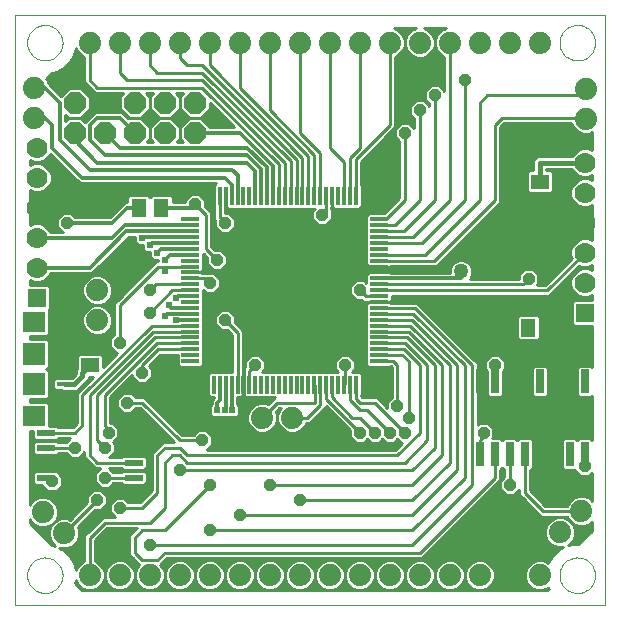
<source format=gtl>
G75*
%MOIN*%
%OFA0B0*%
%FSLAX24Y24*%
%IPPOS*%
%LPD*%
%AMOC8*
5,1,8,0,0,1.08239X$1,22.5*
%
%ADD10C,0.0000*%
%ADD11C,0.0740*%
%ADD12R,0.0610X0.0210*%
%ADD13R,0.0591X0.0138*%
%ADD14R,0.0138X0.0591*%
%ADD15OC8,0.0740*%
%ADD16R,0.0594X0.0594*%
%ADD17C,0.0700*%
%ADD18R,0.0551X0.0138*%
%ADD19R,0.0748X0.0709*%
%ADD20R,0.0748X0.0748*%
%ADD21R,0.0260X0.0800*%
%ADD22R,0.0591X0.0512*%
%ADD23C,0.0500*%
%ADD24R,0.0200X0.0200*%
%ADD25R,0.0512X0.0591*%
%ADD26C,0.0100*%
%ADD27OC8,0.0400*%
%ADD28C,0.0240*%
%ADD29C,0.0120*%
%ADD30OC8,0.0396*%
%ADD31C,0.0160*%
D10*
X000603Y000100D02*
X000603Y019785D01*
X020288Y019785D01*
X020288Y000100D01*
X000603Y000100D01*
X001012Y001100D02*
X001014Y001148D01*
X001020Y001196D01*
X001030Y001243D01*
X001043Y001289D01*
X001061Y001334D01*
X001081Y001378D01*
X001106Y001420D01*
X001134Y001459D01*
X001164Y001496D01*
X001198Y001530D01*
X001235Y001562D01*
X001273Y001591D01*
X001314Y001616D01*
X001357Y001638D01*
X001402Y001656D01*
X001448Y001670D01*
X001495Y001681D01*
X001543Y001688D01*
X001591Y001691D01*
X001639Y001690D01*
X001687Y001685D01*
X001735Y001676D01*
X001781Y001664D01*
X001826Y001647D01*
X001870Y001627D01*
X001912Y001604D01*
X001952Y001577D01*
X001990Y001547D01*
X002025Y001514D01*
X002057Y001478D01*
X002087Y001440D01*
X002113Y001399D01*
X002135Y001356D01*
X002155Y001312D01*
X002170Y001267D01*
X002182Y001220D01*
X002190Y001172D01*
X002194Y001124D01*
X002194Y001076D01*
X002190Y001028D01*
X002182Y000980D01*
X002170Y000933D01*
X002155Y000888D01*
X002135Y000844D01*
X002113Y000801D01*
X002087Y000760D01*
X002057Y000722D01*
X002025Y000686D01*
X001990Y000653D01*
X001952Y000623D01*
X001912Y000596D01*
X001870Y000573D01*
X001826Y000553D01*
X001781Y000536D01*
X001735Y000524D01*
X001687Y000515D01*
X001639Y000510D01*
X001591Y000509D01*
X001543Y000512D01*
X001495Y000519D01*
X001448Y000530D01*
X001402Y000544D01*
X001357Y000562D01*
X001314Y000584D01*
X001273Y000609D01*
X001235Y000638D01*
X001198Y000670D01*
X001164Y000704D01*
X001134Y000741D01*
X001106Y000780D01*
X001081Y000822D01*
X001061Y000866D01*
X001043Y000911D01*
X001030Y000957D01*
X001020Y001004D01*
X001014Y001052D01*
X001012Y001100D01*
X001012Y018850D02*
X001014Y018898D01*
X001020Y018946D01*
X001030Y018993D01*
X001043Y019039D01*
X001061Y019084D01*
X001081Y019128D01*
X001106Y019170D01*
X001134Y019209D01*
X001164Y019246D01*
X001198Y019280D01*
X001235Y019312D01*
X001273Y019341D01*
X001314Y019366D01*
X001357Y019388D01*
X001402Y019406D01*
X001448Y019420D01*
X001495Y019431D01*
X001543Y019438D01*
X001591Y019441D01*
X001639Y019440D01*
X001687Y019435D01*
X001735Y019426D01*
X001781Y019414D01*
X001826Y019397D01*
X001870Y019377D01*
X001912Y019354D01*
X001952Y019327D01*
X001990Y019297D01*
X002025Y019264D01*
X002057Y019228D01*
X002087Y019190D01*
X002113Y019149D01*
X002135Y019106D01*
X002155Y019062D01*
X002170Y019017D01*
X002182Y018970D01*
X002190Y018922D01*
X002194Y018874D01*
X002194Y018826D01*
X002190Y018778D01*
X002182Y018730D01*
X002170Y018683D01*
X002155Y018638D01*
X002135Y018594D01*
X002113Y018551D01*
X002087Y018510D01*
X002057Y018472D01*
X002025Y018436D01*
X001990Y018403D01*
X001952Y018373D01*
X001912Y018346D01*
X001870Y018323D01*
X001826Y018303D01*
X001781Y018286D01*
X001735Y018274D01*
X001687Y018265D01*
X001639Y018260D01*
X001591Y018259D01*
X001543Y018262D01*
X001495Y018269D01*
X001448Y018280D01*
X001402Y018294D01*
X001357Y018312D01*
X001314Y018334D01*
X001273Y018359D01*
X001235Y018388D01*
X001198Y018420D01*
X001164Y018454D01*
X001134Y018491D01*
X001106Y018530D01*
X001081Y018572D01*
X001061Y018616D01*
X001043Y018661D01*
X001030Y018707D01*
X001020Y018754D01*
X001014Y018802D01*
X001012Y018850D01*
X018762Y018850D02*
X018764Y018898D01*
X018770Y018946D01*
X018780Y018993D01*
X018793Y019039D01*
X018811Y019084D01*
X018831Y019128D01*
X018856Y019170D01*
X018884Y019209D01*
X018914Y019246D01*
X018948Y019280D01*
X018985Y019312D01*
X019023Y019341D01*
X019064Y019366D01*
X019107Y019388D01*
X019152Y019406D01*
X019198Y019420D01*
X019245Y019431D01*
X019293Y019438D01*
X019341Y019441D01*
X019389Y019440D01*
X019437Y019435D01*
X019485Y019426D01*
X019531Y019414D01*
X019576Y019397D01*
X019620Y019377D01*
X019662Y019354D01*
X019702Y019327D01*
X019740Y019297D01*
X019775Y019264D01*
X019807Y019228D01*
X019837Y019190D01*
X019863Y019149D01*
X019885Y019106D01*
X019905Y019062D01*
X019920Y019017D01*
X019932Y018970D01*
X019940Y018922D01*
X019944Y018874D01*
X019944Y018826D01*
X019940Y018778D01*
X019932Y018730D01*
X019920Y018683D01*
X019905Y018638D01*
X019885Y018594D01*
X019863Y018551D01*
X019837Y018510D01*
X019807Y018472D01*
X019775Y018436D01*
X019740Y018403D01*
X019702Y018373D01*
X019662Y018346D01*
X019620Y018323D01*
X019576Y018303D01*
X019531Y018286D01*
X019485Y018274D01*
X019437Y018265D01*
X019389Y018260D01*
X019341Y018259D01*
X019293Y018262D01*
X019245Y018269D01*
X019198Y018280D01*
X019152Y018294D01*
X019107Y018312D01*
X019064Y018334D01*
X019023Y018359D01*
X018985Y018388D01*
X018948Y018420D01*
X018914Y018454D01*
X018884Y018491D01*
X018856Y018530D01*
X018831Y018572D01*
X018811Y018616D01*
X018793Y018661D01*
X018780Y018707D01*
X018770Y018754D01*
X018764Y018802D01*
X018762Y018850D01*
X018762Y001100D02*
X018764Y001148D01*
X018770Y001196D01*
X018780Y001243D01*
X018793Y001289D01*
X018811Y001334D01*
X018831Y001378D01*
X018856Y001420D01*
X018884Y001459D01*
X018914Y001496D01*
X018948Y001530D01*
X018985Y001562D01*
X019023Y001591D01*
X019064Y001616D01*
X019107Y001638D01*
X019152Y001656D01*
X019198Y001670D01*
X019245Y001681D01*
X019293Y001688D01*
X019341Y001691D01*
X019389Y001690D01*
X019437Y001685D01*
X019485Y001676D01*
X019531Y001664D01*
X019576Y001647D01*
X019620Y001627D01*
X019662Y001604D01*
X019702Y001577D01*
X019740Y001547D01*
X019775Y001514D01*
X019807Y001478D01*
X019837Y001440D01*
X019863Y001399D01*
X019885Y001356D01*
X019905Y001312D01*
X019920Y001267D01*
X019932Y001220D01*
X019940Y001172D01*
X019944Y001124D01*
X019944Y001076D01*
X019940Y001028D01*
X019932Y000980D01*
X019920Y000933D01*
X019905Y000888D01*
X019885Y000844D01*
X019863Y000801D01*
X019837Y000760D01*
X019807Y000722D01*
X019775Y000686D01*
X019740Y000653D01*
X019702Y000623D01*
X019662Y000596D01*
X019620Y000573D01*
X019576Y000553D01*
X019531Y000536D01*
X019485Y000524D01*
X019437Y000515D01*
X019389Y000510D01*
X019341Y000509D01*
X019293Y000512D01*
X019245Y000519D01*
X019198Y000530D01*
X019152Y000544D01*
X019107Y000562D01*
X019064Y000584D01*
X019023Y000609D01*
X018985Y000638D01*
X018948Y000670D01*
X018914Y000704D01*
X018884Y000741D01*
X018856Y000780D01*
X018831Y000822D01*
X018811Y000866D01*
X018793Y000911D01*
X018780Y000957D01*
X018770Y001004D01*
X018764Y001052D01*
X018762Y001100D01*
D11*
X018103Y001100D03*
X017103Y001100D03*
X016103Y001100D03*
X015103Y001100D03*
X014103Y001100D03*
X013103Y001100D03*
X012103Y001100D03*
X011103Y001100D03*
X010103Y001100D03*
X009103Y001100D03*
X008103Y001100D03*
X007103Y001100D03*
X006103Y001100D03*
X005103Y001100D03*
X004103Y001100D03*
X003103Y001100D03*
X002249Y002496D03*
X001542Y003204D03*
X003353Y009600D03*
X003353Y010600D03*
X008853Y006350D03*
X009853Y006350D03*
X018779Y002527D03*
X019486Y003234D03*
X019633Y016320D03*
X019633Y017320D03*
X018103Y018850D03*
X017103Y018850D03*
X016103Y018850D03*
X015103Y018850D03*
X014103Y018850D03*
X013103Y018850D03*
X012103Y018850D03*
X011103Y018850D03*
X010103Y018850D03*
X009103Y018850D03*
X008103Y018850D03*
X007103Y018850D03*
X006103Y018850D03*
X005103Y018850D03*
X004103Y018850D03*
X003103Y018850D03*
X001249Y017350D03*
X001249Y016350D03*
D12*
X001643Y005850D03*
X001643Y005350D03*
X001643Y004850D03*
X001643Y004350D03*
X004563Y004350D03*
X004563Y004850D03*
X004563Y005350D03*
X004563Y005850D03*
D13*
X006453Y008238D03*
X006453Y008435D03*
X006453Y008631D03*
X006453Y008828D03*
X006453Y009025D03*
X006453Y009222D03*
X006453Y009419D03*
X006453Y009616D03*
X006453Y009813D03*
X006453Y010009D03*
X006453Y010206D03*
X006453Y010403D03*
X006453Y010600D03*
X006453Y010797D03*
X006453Y010994D03*
X006453Y011191D03*
X006453Y011387D03*
X006453Y011584D03*
X006453Y011781D03*
X006453Y011978D03*
X006453Y012175D03*
X006453Y012372D03*
X006453Y012569D03*
X006453Y012765D03*
X006453Y012962D03*
X012752Y012962D03*
X012752Y012765D03*
X012752Y012569D03*
X012752Y012372D03*
X012752Y012175D03*
X012752Y011978D03*
X012752Y011781D03*
X012752Y011584D03*
X012752Y011387D03*
X012752Y011191D03*
X012752Y010994D03*
X012752Y010797D03*
X012752Y010600D03*
X012752Y010403D03*
X012752Y010206D03*
X012752Y010009D03*
X012752Y009813D03*
X012752Y009616D03*
X012752Y009419D03*
X012752Y009222D03*
X012752Y009025D03*
X012752Y008828D03*
X012752Y008631D03*
X012752Y008435D03*
X012752Y008238D03*
D14*
X011965Y007450D03*
X011768Y007450D03*
X011571Y007450D03*
X011374Y007450D03*
X011177Y007450D03*
X010981Y007450D03*
X010784Y007450D03*
X010587Y007450D03*
X010390Y007450D03*
X010193Y007450D03*
X009996Y007450D03*
X009799Y007450D03*
X009603Y007450D03*
X009406Y007450D03*
X009209Y007450D03*
X009012Y007450D03*
X008815Y007450D03*
X008618Y007450D03*
X008421Y007450D03*
X008225Y007450D03*
X008028Y007450D03*
X007831Y007450D03*
X007634Y007450D03*
X007437Y007450D03*
X007240Y007450D03*
X007240Y013750D03*
X007437Y013750D03*
X007634Y013750D03*
X007831Y013750D03*
X008028Y013750D03*
X008225Y013750D03*
X008421Y013750D03*
X008618Y013750D03*
X008815Y013750D03*
X009012Y013750D03*
X009209Y013750D03*
X009406Y013750D03*
X009603Y013750D03*
X009799Y013750D03*
X009996Y013750D03*
X010193Y013750D03*
X010390Y013750D03*
X010587Y013750D03*
X010784Y013750D03*
X010981Y013750D03*
X011177Y013750D03*
X011374Y013750D03*
X011571Y013750D03*
X011768Y013750D03*
X011965Y013750D03*
D15*
X006603Y015850D03*
X006603Y016850D03*
X005603Y016850D03*
X005603Y015850D03*
X004603Y015850D03*
X004603Y016850D03*
X003603Y016850D03*
X003603Y015850D03*
X002603Y015850D03*
X002603Y016850D03*
D16*
X001353Y010350D03*
X019603Y009850D03*
D17*
X019603Y010850D03*
X019603Y011850D03*
X019603Y012850D03*
X019603Y013850D03*
X019603Y014850D03*
X001353Y014350D03*
X001353Y013350D03*
X001353Y012350D03*
X001353Y011350D03*
X001353Y015350D03*
D18*
X002271Y008487D03*
X002271Y007463D03*
D19*
X001228Y006400D03*
X001228Y009550D03*
D20*
X001228Y008475D03*
X001228Y007475D03*
D21*
X016103Y007560D03*
X016603Y007560D03*
X017103Y007560D03*
X017603Y007560D03*
X018103Y007560D03*
X018603Y007560D03*
X019103Y007560D03*
X019603Y007560D03*
X019603Y005140D03*
X019103Y005140D03*
X018603Y005140D03*
X018103Y005140D03*
X017603Y005140D03*
X017103Y005140D03*
X016603Y005140D03*
X016103Y005140D03*
D22*
X018103Y013476D03*
X018103Y014224D03*
X003103Y008849D03*
X003103Y008101D03*
D23*
X015478Y011225D03*
D24*
X007853Y006600D03*
X007603Y006600D03*
X007353Y006600D03*
X005978Y009600D03*
X005603Y009725D03*
X005728Y010100D03*
X005978Y010350D03*
X005603Y011225D03*
X005603Y011600D03*
X005353Y011850D03*
X005103Y012100D03*
X004853Y012350D03*
D25*
X004729Y013350D03*
X005477Y013350D03*
X016979Y009350D03*
X017727Y009350D03*
D26*
X017341Y009359D02*
X014848Y009359D01*
X014750Y009458D02*
X017341Y009458D01*
X017341Y009556D02*
X014651Y009556D01*
X014553Y009655D02*
X017341Y009655D01*
X017341Y009699D02*
X017341Y009001D01*
X017417Y008925D01*
X018036Y008925D01*
X018112Y009001D01*
X018112Y009699D01*
X018036Y009775D01*
X017417Y009775D01*
X017341Y009699D01*
X017395Y009753D02*
X014454Y009753D01*
X014356Y009852D02*
X019176Y009852D01*
X019176Y009950D02*
X014257Y009950D01*
X014159Y010049D02*
X019176Y010049D01*
X019176Y010147D02*
X014060Y010147D01*
X014018Y010189D02*
X013120Y010189D01*
X013103Y010206D01*
X013177Y010280D01*
X013177Y010420D01*
X018427Y010420D01*
X019415Y011408D01*
X019507Y011370D01*
X019698Y011370D01*
X019838Y011428D01*
X019838Y011272D01*
X019698Y011330D01*
X019507Y011330D01*
X019331Y011257D01*
X019196Y011122D01*
X019123Y010945D01*
X019123Y010755D01*
X019196Y010578D01*
X019331Y010443D01*
X019507Y010370D01*
X019698Y010370D01*
X019838Y010428D01*
X019838Y010277D01*
X019252Y010277D01*
X019176Y010201D01*
X019176Y009499D01*
X019252Y009423D01*
X019838Y009423D01*
X019838Y008039D01*
X019786Y008090D01*
X019419Y008090D01*
X019343Y008014D01*
X019343Y007106D01*
X019419Y007030D01*
X019786Y007030D01*
X019838Y007081D01*
X019838Y005619D01*
X019786Y005670D01*
X019419Y005670D01*
X019353Y005604D01*
X019286Y005670D01*
X018919Y005670D01*
X018843Y005594D01*
X018843Y004686D01*
X018919Y004610D01*
X019273Y004610D01*
X019273Y004588D01*
X019466Y004395D01*
X019739Y004395D01*
X019838Y004493D01*
X019838Y003590D01*
X019770Y003658D01*
X019586Y003734D01*
X019387Y003734D01*
X019203Y003658D01*
X019063Y003517D01*
X019020Y003414D01*
X018293Y003414D01*
X017783Y003925D01*
X017783Y004610D01*
X017786Y004610D01*
X017863Y004686D01*
X017863Y005594D01*
X017786Y005670D01*
X017419Y005670D01*
X017353Y005604D01*
X017286Y005670D01*
X016919Y005670D01*
X016853Y005604D01*
X016786Y005670D01*
X016514Y005670D01*
X016558Y005713D01*
X016558Y005987D01*
X016364Y006180D01*
X016091Y006180D01*
X016033Y006122D01*
X016033Y008175D01*
X015927Y008280D01*
X014018Y010189D01*
X013943Y010009D02*
X015853Y008100D01*
X015853Y004100D01*
X013853Y002100D01*
X005103Y002100D01*
X005603Y001850D02*
X005353Y001600D01*
X004853Y001600D01*
X004603Y001850D01*
X004603Y002350D01*
X004853Y002600D01*
X005603Y002600D01*
X007103Y004100D01*
X006353Y004850D02*
X006103Y005100D01*
X005853Y005100D01*
X005603Y004850D01*
X005603Y003350D01*
X005103Y002850D01*
X003603Y002850D01*
X003103Y002350D01*
X003103Y001100D01*
X003568Y001282D02*
X003637Y001282D01*
X003603Y001199D02*
X003603Y001001D01*
X003679Y000817D01*
X003819Y000676D01*
X004003Y000600D01*
X004202Y000600D01*
X004386Y000676D01*
X004526Y000817D01*
X004603Y001001D01*
X004679Y000817D01*
X004819Y000676D01*
X005003Y000600D01*
X005202Y000600D01*
X005386Y000676D01*
X005526Y000817D01*
X005603Y001001D01*
X005679Y000817D01*
X005819Y000676D01*
X006003Y000600D01*
X006202Y000600D01*
X006386Y000676D01*
X006526Y000817D01*
X006603Y001001D01*
X006679Y000817D01*
X006819Y000676D01*
X007003Y000600D01*
X007202Y000600D01*
X007386Y000676D01*
X007526Y000817D01*
X007603Y001001D01*
X007679Y000817D01*
X007819Y000676D01*
X008003Y000600D01*
X008202Y000600D01*
X008386Y000676D01*
X008526Y000817D01*
X008603Y001001D01*
X008679Y000817D01*
X008819Y000676D01*
X009003Y000600D01*
X009202Y000600D01*
X009386Y000676D01*
X009526Y000817D01*
X009603Y001001D01*
X009679Y000817D01*
X009819Y000676D01*
X010003Y000600D01*
X010202Y000600D01*
X010386Y000676D01*
X010526Y000817D01*
X010603Y001001D01*
X010679Y000817D01*
X010819Y000676D01*
X011003Y000600D01*
X011202Y000600D01*
X011386Y000676D01*
X011526Y000817D01*
X011603Y001001D01*
X011679Y000817D01*
X011819Y000676D01*
X012003Y000600D01*
X012202Y000600D01*
X012386Y000676D01*
X012526Y000817D01*
X012603Y001001D01*
X012679Y000817D01*
X012819Y000676D01*
X013003Y000600D01*
X013202Y000600D01*
X013386Y000676D01*
X013526Y000817D01*
X013603Y001001D01*
X013679Y000817D01*
X013819Y000676D01*
X014003Y000600D01*
X014202Y000600D01*
X014386Y000676D01*
X014526Y000817D01*
X014603Y001001D01*
X014679Y000817D01*
X014819Y000676D01*
X015003Y000600D01*
X015202Y000600D01*
X015386Y000676D01*
X015526Y000817D01*
X015603Y001001D01*
X015679Y000817D01*
X015819Y000676D01*
X016003Y000600D01*
X016202Y000600D01*
X016386Y000676D01*
X016526Y000817D01*
X016603Y001001D01*
X016603Y001199D01*
X016526Y001383D01*
X016386Y001524D01*
X016202Y001600D01*
X016003Y001600D01*
X015819Y001524D01*
X015679Y001383D01*
X015603Y001199D01*
X015603Y001001D01*
X015603Y001199D01*
X015526Y001383D01*
X015386Y001524D01*
X015202Y001600D01*
X015003Y001600D01*
X014819Y001524D01*
X014679Y001383D01*
X014603Y001199D01*
X014603Y001001D01*
X014603Y001199D01*
X014526Y001383D01*
X014386Y001524D01*
X014202Y001600D01*
X014003Y001600D01*
X013819Y001524D01*
X013679Y001383D01*
X013603Y001199D01*
X013603Y001001D01*
X013603Y001199D01*
X013526Y001383D01*
X013386Y001524D01*
X013202Y001600D01*
X013003Y001600D01*
X012819Y001524D01*
X012679Y001383D01*
X012603Y001199D01*
X012603Y001001D01*
X012603Y001199D01*
X012526Y001383D01*
X012386Y001524D01*
X012202Y001600D01*
X012003Y001600D01*
X011819Y001524D01*
X011679Y001383D01*
X011603Y001199D01*
X011603Y001001D01*
X011603Y001199D01*
X011526Y001383D01*
X011386Y001524D01*
X011202Y001600D01*
X011003Y001600D01*
X010819Y001524D01*
X010679Y001383D01*
X010603Y001199D01*
X010603Y001001D01*
X010603Y001199D01*
X010526Y001383D01*
X010386Y001524D01*
X010202Y001600D01*
X010003Y001600D01*
X009819Y001524D01*
X009679Y001383D01*
X009603Y001199D01*
X009603Y001001D01*
X009603Y001199D01*
X009526Y001383D01*
X009386Y001524D01*
X009202Y001600D01*
X009003Y001600D01*
X008819Y001524D01*
X008679Y001383D01*
X008603Y001199D01*
X008603Y001001D01*
X008603Y001199D01*
X008526Y001383D01*
X008386Y001524D01*
X008202Y001600D01*
X008003Y001600D01*
X007819Y001524D01*
X007679Y001383D01*
X007603Y001199D01*
X007603Y001001D01*
X007603Y001199D01*
X007526Y001383D01*
X007386Y001524D01*
X007202Y001600D01*
X007003Y001600D01*
X006819Y001524D01*
X006679Y001383D01*
X006603Y001199D01*
X006603Y001001D01*
X006603Y001199D01*
X006526Y001383D01*
X006386Y001524D01*
X006202Y001600D01*
X006003Y001600D01*
X005819Y001524D01*
X005679Y001383D01*
X005603Y001199D01*
X005603Y001001D01*
X005603Y001199D01*
X005526Y001383D01*
X005458Y001451D01*
X005533Y001525D01*
X005677Y001670D01*
X014177Y001670D01*
X014283Y001775D01*
X016783Y004275D01*
X016783Y004610D01*
X016786Y004610D01*
X016853Y004676D01*
X016919Y004610D01*
X016923Y004610D01*
X016923Y004387D01*
X016773Y004237D01*
X016744Y004237D01*
X016773Y004237D02*
X016773Y003963D01*
X016966Y003770D01*
X017239Y003770D01*
X017423Y003953D01*
X017423Y003775D01*
X017528Y003670D01*
X018144Y003054D01*
X019020Y003054D01*
X019063Y002951D01*
X018879Y003027D01*
X018680Y003027D01*
X018496Y002951D01*
X018355Y002810D01*
X018279Y002626D01*
X018279Y002427D01*
X018355Y002244D01*
X018496Y002103D01*
X018680Y002027D01*
X018877Y002027D01*
X018714Y001933D01*
X018520Y001739D01*
X018392Y001518D01*
X018386Y001524D01*
X018202Y001600D01*
X018003Y001600D01*
X017819Y001524D01*
X017679Y001383D01*
X017603Y001199D01*
X017603Y001001D01*
X017679Y000817D01*
X017819Y000676D01*
X018003Y000600D01*
X018202Y000600D01*
X018386Y000676D01*
X018392Y000682D01*
X018408Y000655D01*
X018353Y000600D01*
X002853Y000600D01*
X002611Y000842D01*
X002633Y000926D01*
X002679Y000817D01*
X002819Y000676D01*
X003003Y000600D01*
X003202Y000600D01*
X003386Y000676D01*
X003526Y000817D01*
X003603Y001001D01*
X003603Y001199D01*
X003679Y001383D01*
X003819Y001524D01*
X004003Y001600D01*
X004202Y001600D01*
X004386Y001524D01*
X004526Y001383D01*
X004603Y001199D01*
X004603Y001001D01*
X004603Y001199D01*
X004679Y001383D01*
X004747Y001451D01*
X004528Y001670D01*
X004423Y001775D01*
X004423Y002425D01*
X004668Y002670D01*
X003677Y002670D01*
X003283Y002275D01*
X003283Y001567D01*
X003386Y001524D01*
X003526Y001383D01*
X003603Y001199D01*
X003603Y001184D02*
X003603Y001184D01*
X003603Y001085D02*
X003603Y001085D01*
X003597Y000987D02*
X003608Y000987D01*
X003649Y000888D02*
X003556Y000888D01*
X003499Y000790D02*
X003706Y000790D01*
X003804Y000691D02*
X003401Y000691D01*
X002804Y000691D02*
X002762Y000691D01*
X002706Y000790D02*
X002663Y000790D01*
X002649Y000888D02*
X002623Y000888D01*
X002633Y001274D02*
X002572Y001502D01*
X002435Y001739D01*
X002241Y001933D01*
X002084Y002024D01*
X002150Y001996D01*
X002348Y001996D01*
X002532Y002073D01*
X002673Y002213D01*
X002749Y002397D01*
X002749Y002596D01*
X002706Y002699D01*
X003277Y003270D01*
X003489Y003270D01*
X003683Y003463D01*
X003683Y003737D01*
X003489Y003930D01*
X003216Y003930D01*
X003023Y003737D01*
X003023Y003525D01*
X002452Y002954D01*
X002348Y002996D01*
X002150Y002996D01*
X001966Y002920D01*
X001825Y002780D01*
X001966Y002920D01*
X002042Y003104D01*
X002042Y003303D01*
X001966Y003487D01*
X001825Y003627D01*
X001641Y003704D01*
X001442Y003704D01*
X001259Y003627D01*
X001118Y003487D01*
X001103Y003449D01*
X001103Y005916D01*
X001208Y005916D01*
X001208Y005691D01*
X001284Y005615D01*
X002001Y005615D01*
X002056Y005670D01*
X002456Y005670D01*
X002316Y005530D01*
X002056Y005530D01*
X002001Y005585D01*
X001284Y005585D01*
X001208Y005509D01*
X001208Y005191D01*
X001284Y005115D01*
X002001Y005115D01*
X002056Y005170D01*
X002316Y005170D01*
X002466Y005020D01*
X002739Y005020D01*
X002923Y005203D01*
X002923Y005025D01*
X002744Y005025D01*
X002843Y005124D02*
X002923Y005124D01*
X002923Y005025D02*
X003278Y004670D01*
X003456Y004670D01*
X003273Y004487D01*
X003273Y004213D01*
X003466Y004020D01*
X003739Y004020D01*
X003889Y004170D01*
X004149Y004170D01*
X004204Y004115D01*
X004921Y004115D01*
X004998Y004191D01*
X004998Y004509D01*
X004921Y004585D01*
X004204Y004585D01*
X004149Y004530D01*
X003889Y004530D01*
X003749Y004670D01*
X004149Y004670D01*
X004204Y004615D01*
X004921Y004615D01*
X004998Y004691D01*
X004998Y005009D01*
X004921Y005085D01*
X004204Y005085D01*
X004149Y005030D01*
X003749Y005030D01*
X003933Y005213D01*
X003933Y005487D01*
X003882Y005537D01*
X004058Y005713D01*
X004058Y005987D01*
X003864Y006180D01*
X003783Y006180D01*
X003783Y007025D01*
X004523Y007765D01*
X004523Y007713D01*
X004716Y007520D01*
X004989Y007520D01*
X005183Y007713D01*
X005183Y007987D01*
X005088Y008081D01*
X005459Y008451D01*
X006028Y008451D01*
X006028Y008115D01*
X006104Y008039D01*
X006802Y008039D01*
X006878Y008115D01*
X006878Y010608D01*
X006966Y010520D01*
X007239Y010520D01*
X007433Y010713D01*
X007433Y010987D01*
X007239Y011180D01*
X006966Y011180D01*
X006960Y011174D01*
X006821Y011174D01*
X006804Y011191D01*
X006878Y011265D01*
X006878Y011820D01*
X006903Y011795D01*
X007024Y011674D01*
X007024Y011464D01*
X007217Y011272D01*
X007488Y011272D01*
X007681Y011464D01*
X007681Y011736D01*
X007488Y011928D01*
X007279Y011928D01*
X007158Y012050D01*
X007158Y013175D01*
X006931Y013401D01*
X006931Y013611D01*
X006738Y013803D01*
X006467Y013803D01*
X006274Y013611D01*
X006274Y013540D01*
X005862Y013540D01*
X005862Y013699D01*
X005786Y013775D01*
X005167Y013775D01*
X005103Y013711D01*
X005038Y013775D01*
X004419Y013775D01*
X004343Y013699D01*
X004343Y013540D01*
X004274Y013540D01*
X004163Y013429D01*
X003774Y013040D01*
X002627Y013040D01*
X002488Y013178D01*
X002217Y013178D01*
X002024Y012986D01*
X002024Y012714D01*
X002199Y012540D01*
X001793Y012540D01*
X001759Y012622D01*
X001624Y012757D01*
X001448Y012830D01*
X001257Y012830D01*
X001103Y012766D01*
X001103Y013934D01*
X001257Y013870D01*
X001448Y013870D01*
X001624Y013943D01*
X001759Y014078D01*
X001833Y014255D01*
X001833Y014445D01*
X001759Y014622D01*
X001624Y014757D01*
X001448Y014830D01*
X001257Y014830D01*
X001103Y014766D01*
X001103Y014934D01*
X001257Y014870D01*
X001448Y014870D01*
X001624Y014943D01*
X001759Y015078D01*
X001788Y015146D01*
X002774Y014160D01*
X007300Y014160D01*
X007238Y014099D01*
X007238Y013400D01*
X007257Y013382D01*
X007257Y012941D01*
X007273Y012925D01*
X007273Y012713D01*
X007466Y012520D01*
X007739Y012520D01*
X007933Y012713D01*
X007933Y012987D01*
X007739Y013180D01*
X007617Y013180D01*
X007617Y013382D01*
X007634Y013398D01*
X007708Y013324D01*
X010610Y013324D01*
X010523Y013237D01*
X010523Y012963D01*
X010716Y012770D01*
X010989Y012770D01*
X011183Y012963D01*
X011183Y013237D01*
X011161Y013258D01*
X011162Y013292D01*
X011160Y013294D01*
X011160Y013382D01*
X011177Y013398D01*
X011251Y013324D01*
X012087Y013324D01*
X012164Y013400D01*
X012164Y014099D01*
X012145Y014118D01*
X012145Y014888D01*
X013052Y015795D01*
X013283Y016025D01*
X013283Y018383D01*
X013386Y018426D01*
X013526Y018567D01*
X013603Y018751D01*
X013679Y018567D01*
X013819Y018426D01*
X014003Y018350D01*
X014202Y018350D01*
X014386Y018426D01*
X014526Y018567D01*
X014603Y018751D01*
X014679Y018567D01*
X014819Y018426D01*
X014923Y018383D01*
X014923Y017247D01*
X014739Y017430D01*
X014466Y017430D01*
X014273Y017237D01*
X014273Y016963D01*
X014423Y016813D01*
X014423Y016747D01*
X014239Y016930D01*
X013966Y016930D01*
X013773Y016737D01*
X013773Y016463D01*
X013923Y016313D01*
X013923Y015997D01*
X013739Y016180D01*
X013466Y016180D01*
X013273Y015987D01*
X013273Y015713D01*
X013423Y015563D01*
X013423Y013675D01*
X012909Y013161D01*
X012403Y013161D01*
X012327Y013085D01*
X012327Y011462D01*
X012403Y011385D01*
X013101Y011385D01*
X013120Y011404D01*
X014661Y011404D01*
X016677Y013420D01*
X016783Y013525D01*
X016783Y016025D01*
X016927Y016170D01*
X019154Y016170D01*
X019209Y016036D01*
X019350Y015896D01*
X019533Y015820D01*
X019732Y015820D01*
X019838Y015863D01*
X019838Y015272D01*
X019698Y015330D01*
X019507Y015330D01*
X019331Y015257D01*
X019196Y015122D01*
X019170Y015060D01*
X018016Y015060D01*
X017893Y014937D01*
X017893Y014610D01*
X017753Y014610D01*
X017677Y014534D01*
X017677Y013914D01*
X017753Y013838D01*
X018452Y013838D01*
X018528Y013914D01*
X018528Y014534D01*
X018452Y014610D01*
X018313Y014610D01*
X018313Y014640D01*
X019170Y014640D01*
X019196Y014578D01*
X019331Y014443D01*
X019507Y014370D01*
X019698Y014370D01*
X019838Y014428D01*
X019838Y014272D01*
X019698Y014330D01*
X019507Y014330D01*
X019331Y014257D01*
X019196Y014122D01*
X019123Y013945D01*
X019123Y013755D01*
X019196Y013578D01*
X019331Y013443D01*
X019507Y013370D01*
X019698Y013370D01*
X019838Y013428D01*
X019838Y012272D01*
X019698Y012330D01*
X019507Y012330D01*
X019331Y012257D01*
X019196Y012122D01*
X019123Y011945D01*
X019123Y011755D01*
X019161Y011663D01*
X018278Y010780D01*
X017999Y010780D01*
X018058Y010838D01*
X018058Y011112D01*
X017864Y011305D01*
X017591Y011305D01*
X017398Y011112D01*
X017398Y010977D01*
X015767Y010977D01*
X015800Y011010D01*
X015858Y011149D01*
X015858Y011301D01*
X015800Y011440D01*
X015693Y011547D01*
X015553Y011605D01*
X015402Y011605D01*
X015262Y011547D01*
X015155Y011440D01*
X015098Y011301D01*
X015098Y011184D01*
X013110Y011184D01*
X013101Y011193D01*
X012403Y011193D01*
X012327Y011116D01*
X012327Y010842D01*
X012239Y010930D01*
X011966Y010930D01*
X011773Y010737D01*
X011773Y010463D01*
X011966Y010270D01*
X012178Y010270D01*
X012225Y010223D01*
X012384Y010223D01*
X012401Y010206D01*
X012327Y010132D01*
X012327Y008115D01*
X012403Y008039D01*
X013101Y008039D01*
X013120Y008058D01*
X013140Y008058D01*
X013173Y008025D01*
X013173Y007012D01*
X013023Y006862D01*
X013023Y006685D01*
X012677Y007030D01*
X012177Y007030D01*
X012145Y007062D01*
X012145Y007082D01*
X012164Y007101D01*
X012164Y007800D01*
X012087Y007876D01*
X011842Y007876D01*
X011931Y007964D01*
X011931Y008236D01*
X011738Y008428D01*
X011467Y008428D01*
X011274Y008236D01*
X011274Y007964D01*
X011363Y007876D01*
X008845Y007876D01*
X008933Y007963D01*
X008933Y008237D01*
X008739Y008430D01*
X008466Y008430D01*
X008273Y008237D01*
X008273Y008025D01*
X008241Y007993D01*
X008241Y007818D01*
X008225Y007802D01*
X008208Y007818D01*
X008208Y009249D01*
X007931Y009526D01*
X007931Y009736D01*
X007738Y009928D01*
X007467Y009928D01*
X007274Y009736D01*
X007274Y009464D01*
X007467Y009272D01*
X007676Y009272D01*
X007848Y009100D01*
X007848Y007876D01*
X007118Y007876D01*
X007041Y007800D01*
X007041Y007101D01*
X007118Y007025D01*
X007247Y007025D01*
X007247Y007013D01*
X007163Y006929D01*
X007163Y006794D01*
X007123Y006754D01*
X007123Y006446D01*
X007199Y006370D01*
X008006Y006370D01*
X008083Y006446D01*
X008083Y006754D01*
X008021Y006816D01*
X008021Y007025D01*
X008150Y007025D01*
X008225Y007099D01*
X008299Y007025D01*
X009273Y007025D01*
X009055Y006807D01*
X008952Y006850D01*
X008753Y006850D01*
X008569Y006774D01*
X008429Y006633D01*
X008353Y006449D01*
X008353Y006251D01*
X008429Y006067D01*
X008569Y005926D01*
X008753Y005850D01*
X008952Y005850D01*
X009136Y005926D01*
X009276Y006067D01*
X009353Y006251D01*
X009429Y006067D01*
X009569Y005926D01*
X009753Y005850D01*
X009952Y005850D01*
X010136Y005926D01*
X010276Y006067D01*
X010319Y006170D01*
X010427Y006170D01*
X010533Y006275D01*
X010964Y006707D01*
X010964Y006734D01*
X011773Y005925D01*
X011773Y005713D01*
X011966Y005520D01*
X012239Y005520D01*
X012353Y005633D01*
X012466Y005520D01*
X012739Y005520D01*
X012853Y005633D01*
X012966Y005520D01*
X013239Y005520D01*
X013353Y005633D01*
X013466Y005520D01*
X013518Y005520D01*
X013278Y005280D01*
X006997Y005280D01*
X007181Y005464D01*
X007181Y005736D01*
X006988Y005928D01*
X006717Y005928D01*
X006569Y005780D01*
X006177Y005780D01*
X004927Y007030D01*
X004639Y007030D01*
X004489Y007180D01*
X004216Y007180D01*
X004023Y006987D01*
X004023Y006713D01*
X004216Y006520D01*
X004489Y006520D01*
X004639Y006670D01*
X004778Y006670D01*
X005918Y005530D01*
X005528Y005530D01*
X005278Y005280D01*
X005173Y005175D01*
X005173Y003925D01*
X004778Y003530D01*
X004389Y003530D01*
X004239Y003680D01*
X003966Y003680D01*
X003773Y003487D01*
X003773Y003213D01*
X003956Y003030D01*
X003528Y003030D01*
X003028Y002530D01*
X002923Y002425D01*
X002923Y001567D01*
X002819Y001524D01*
X002679Y001383D01*
X002633Y001274D01*
X002631Y001282D02*
X002637Y001282D01*
X002605Y001381D02*
X002678Y001381D01*
X002774Y001479D02*
X002578Y001479D01*
X002528Y001578D02*
X002923Y001578D01*
X002923Y001676D02*
X002472Y001676D01*
X002400Y001775D02*
X002923Y001775D01*
X002923Y001873D02*
X002301Y001873D01*
X002174Y001972D02*
X002923Y001972D01*
X002923Y002070D02*
X002526Y002070D01*
X002628Y002169D02*
X002923Y002169D01*
X002923Y002267D02*
X002695Y002267D01*
X002736Y002366D02*
X002923Y002366D01*
X002962Y002464D02*
X002749Y002464D01*
X002749Y002563D02*
X003060Y002563D01*
X003159Y002661D02*
X002722Y002661D01*
X002767Y002760D02*
X003257Y002760D01*
X003356Y002858D02*
X002865Y002858D01*
X002964Y002957D02*
X003454Y002957D01*
X003161Y003154D02*
X003832Y003154D01*
X003773Y003252D02*
X003259Y003252D01*
X003062Y003055D02*
X003931Y003055D01*
X003773Y003351D02*
X003570Y003351D01*
X003668Y003449D02*
X003773Y003449D01*
X003833Y003548D02*
X003683Y003548D01*
X003683Y003646D02*
X003932Y003646D01*
X003675Y003745D02*
X004992Y003745D01*
X004894Y003646D02*
X004273Y003646D01*
X004372Y003548D02*
X004795Y003548D01*
X004853Y003350D02*
X004103Y003350D01*
X003576Y003843D02*
X005091Y003843D01*
X005173Y003942D02*
X002036Y003942D01*
X001989Y003895D02*
X002183Y004088D01*
X002183Y004362D01*
X002078Y004467D01*
X002078Y004509D01*
X002001Y004585D01*
X001284Y004585D01*
X001208Y004509D01*
X001208Y004191D01*
X001284Y004115D01*
X001523Y004115D01*
X001523Y004088D01*
X001716Y003895D01*
X001989Y003895D01*
X002134Y004040D02*
X003446Y004040D01*
X003347Y004139D02*
X002183Y004139D01*
X002183Y004237D02*
X003273Y004237D01*
X003273Y004336D02*
X002183Y004336D01*
X002110Y004434D02*
X003273Y004434D01*
X003318Y004533D02*
X002054Y004533D01*
X001853Y004350D02*
X001853Y004225D01*
X001853Y004350D02*
X001643Y004350D01*
X001571Y004040D02*
X001103Y004040D01*
X001103Y003942D02*
X001669Y003942D01*
X001780Y003646D02*
X003023Y003646D01*
X003023Y003548D02*
X001905Y003548D01*
X001981Y003449D02*
X002947Y003449D01*
X002848Y003351D02*
X002022Y003351D01*
X002042Y003252D02*
X002750Y003252D01*
X002651Y003154D02*
X002042Y003154D01*
X002022Y003055D02*
X002553Y003055D01*
X002454Y002957D02*
X002445Y002957D01*
X002053Y002957D02*
X001981Y002957D01*
X001903Y002858D02*
X001903Y002858D01*
X001825Y002780D02*
X001641Y002704D01*
X001442Y002704D01*
X001259Y002780D01*
X001118Y002920D01*
X001103Y002958D01*
X001103Y002850D01*
X001839Y002114D01*
X001956Y002083D01*
X001825Y002213D01*
X001749Y002397D01*
X001749Y002596D01*
X001825Y002780D01*
X001817Y002760D02*
X001776Y002760D01*
X001776Y002661D02*
X001292Y002661D01*
X001307Y002760D02*
X001193Y002760D01*
X001180Y002858D02*
X001103Y002858D01*
X001103Y002957D02*
X001103Y002957D01*
X001390Y002563D02*
X001749Y002563D01*
X001749Y002464D02*
X001489Y002464D01*
X001587Y002366D02*
X001762Y002366D01*
X001803Y002267D02*
X001686Y002267D01*
X001784Y002169D02*
X001870Y002169D01*
X002249Y002496D02*
X003353Y003600D01*
X003353Y003600D01*
X003129Y003843D02*
X001103Y003843D01*
X001103Y003745D02*
X003030Y003745D01*
X003603Y004350D02*
X004563Y004350D01*
X004998Y004336D02*
X005173Y004336D01*
X005173Y004434D02*
X004998Y004434D01*
X004974Y004533D02*
X005173Y004533D01*
X005173Y004631D02*
X004937Y004631D01*
X004998Y004730D02*
X005173Y004730D01*
X005173Y004828D02*
X004998Y004828D01*
X004998Y004927D02*
X005173Y004927D01*
X005173Y005025D02*
X004981Y005025D01*
X005173Y005124D02*
X003843Y005124D01*
X003933Y005222D02*
X005220Y005222D01*
X005319Y005321D02*
X003933Y005321D01*
X003933Y005419D02*
X005417Y005419D01*
X005516Y005518D02*
X003902Y005518D01*
X003960Y005616D02*
X005832Y005616D01*
X005733Y005715D02*
X004058Y005715D01*
X004058Y005813D02*
X005635Y005813D01*
X005536Y005912D02*
X004058Y005912D01*
X004034Y006010D02*
X005438Y006010D01*
X005339Y006109D02*
X003936Y006109D01*
X003783Y006207D02*
X005241Y006207D01*
X005142Y006306D02*
X003783Y006306D01*
X003783Y006404D02*
X005044Y006404D01*
X004945Y006503D02*
X003783Y006503D01*
X003783Y006601D02*
X004135Y006601D01*
X004036Y006700D02*
X003783Y006700D01*
X003783Y006798D02*
X004023Y006798D01*
X004023Y006897D02*
X003783Y006897D01*
X003783Y006995D02*
X004031Y006995D01*
X004129Y007094D02*
X003851Y007094D01*
X003949Y007192D02*
X007041Y007192D01*
X007041Y007291D02*
X004048Y007291D01*
X004146Y007389D02*
X007041Y007389D01*
X007041Y007488D02*
X004245Y007488D01*
X004343Y007586D02*
X004650Y007586D01*
X004551Y007685D02*
X004442Y007685D01*
X004853Y007850D02*
X004853Y008100D01*
X005384Y008631D01*
X006453Y008631D01*
X006453Y008828D02*
X005331Y008828D01*
X003603Y007100D01*
X003603Y006100D01*
X003728Y005850D01*
X003353Y005600D02*
X003353Y007100D01*
X005278Y009025D01*
X006453Y009025D01*
X006453Y009222D02*
X005225Y009222D01*
X003103Y007100D01*
X003103Y005100D01*
X003353Y004850D01*
X004563Y004850D01*
X004188Y004631D02*
X003788Y004631D01*
X003887Y004533D02*
X004151Y004533D01*
X004180Y004139D02*
X003858Y004139D01*
X003759Y004040D02*
X005173Y004040D01*
X005173Y004139D02*
X004945Y004139D01*
X004998Y004237D02*
X005173Y004237D01*
X005353Y003850D02*
X004853Y003350D01*
X005353Y003850D02*
X005353Y005100D01*
X005603Y005350D01*
X006103Y005350D01*
X006353Y005100D01*
X013353Y005100D01*
X014103Y005850D01*
X014103Y008100D01*
X013571Y008631D01*
X012752Y008631D01*
X012752Y008435D02*
X013518Y008435D01*
X013728Y008225D01*
X013728Y006350D01*
X013603Y005850D02*
X012603Y006850D01*
X012103Y006850D01*
X011965Y006988D01*
X011965Y007450D01*
X011768Y007450D02*
X011768Y006935D01*
X012103Y006600D01*
X012353Y006600D01*
X013103Y005850D01*
X013335Y005616D02*
X013370Y005616D01*
X013516Y005518D02*
X007181Y005518D01*
X007181Y005616D02*
X011870Y005616D01*
X011773Y005715D02*
X007181Y005715D01*
X007104Y005813D02*
X011773Y005813D01*
X011773Y005912D02*
X010101Y005912D01*
X010220Y006010D02*
X011688Y006010D01*
X011589Y006109D02*
X010294Y006109D01*
X010464Y006207D02*
X011491Y006207D01*
X011392Y006306D02*
X010563Y006306D01*
X010661Y006404D02*
X011294Y006404D01*
X011195Y006503D02*
X010760Y006503D01*
X010858Y006601D02*
X011097Y006601D01*
X010998Y006700D02*
X010957Y006700D01*
X010784Y006781D02*
X010353Y006350D01*
X009853Y006350D01*
X009485Y006010D02*
X009220Y006010D01*
X009294Y006109D02*
X009411Y006109D01*
X009371Y006207D02*
X009335Y006207D01*
X009353Y006251D02*
X009353Y006449D01*
X009429Y006633D01*
X009465Y006670D01*
X009427Y006670D01*
X009310Y006553D01*
X009353Y006449D01*
X009353Y006251D01*
X009353Y006306D02*
X009353Y006306D01*
X009353Y006404D02*
X009353Y006404D01*
X009331Y006503D02*
X009375Y006503D01*
X009358Y006601D02*
X009415Y006601D01*
X009353Y006850D02*
X008853Y006350D01*
X008495Y006700D02*
X008083Y006700D01*
X008083Y006601D02*
X008415Y006601D01*
X008375Y006503D02*
X008083Y006503D01*
X008040Y006404D02*
X008353Y006404D01*
X008353Y006306D02*
X005652Y006306D01*
X005553Y006404D02*
X007165Y006404D01*
X007123Y006503D02*
X005455Y006503D01*
X005356Y006601D02*
X007123Y006601D01*
X007123Y006700D02*
X005258Y006700D01*
X005159Y006798D02*
X007163Y006798D01*
X007163Y006897D02*
X005061Y006897D01*
X004962Y006995D02*
X007229Y006995D01*
X007049Y007094D02*
X004576Y007094D01*
X004353Y006850D02*
X004853Y006850D01*
X006103Y005600D01*
X006853Y005600D01*
X006602Y005813D02*
X006144Y005813D01*
X006046Y005912D02*
X006700Y005912D01*
X007005Y005912D02*
X008605Y005912D01*
X008485Y006010D02*
X005947Y006010D01*
X005849Y006109D02*
X008411Y006109D01*
X008371Y006207D02*
X005750Y006207D01*
X004847Y006601D02*
X004570Y006601D01*
X005055Y007586D02*
X007041Y007586D01*
X007041Y007685D02*
X005154Y007685D01*
X005183Y007783D02*
X007041Y007783D01*
X006842Y008079D02*
X007848Y008079D01*
X007848Y008177D02*
X006878Y008177D01*
X006878Y008276D02*
X007848Y008276D01*
X007848Y008374D02*
X006878Y008374D01*
X006878Y008473D02*
X007848Y008473D01*
X007848Y008571D02*
X006878Y008571D01*
X006878Y008670D02*
X007848Y008670D01*
X007848Y008768D02*
X006878Y008768D01*
X006878Y008867D02*
X007848Y008867D01*
X007848Y008965D02*
X006878Y008965D01*
X006878Y009064D02*
X007848Y009064D01*
X007786Y009162D02*
X006878Y009162D01*
X006878Y009261D02*
X007687Y009261D01*
X007380Y009359D02*
X006878Y009359D01*
X006878Y009458D02*
X007281Y009458D01*
X007274Y009556D02*
X006878Y009556D01*
X006878Y009655D02*
X007274Y009655D01*
X007292Y009753D02*
X006878Y009753D01*
X006878Y009852D02*
X007390Y009852D01*
X007603Y009600D02*
X008028Y009175D01*
X008028Y007450D01*
X008225Y007450D02*
X008225Y008097D01*
X008228Y008100D01*
X008228Y006975D01*
X008219Y007094D02*
X008230Y007094D01*
X008021Y006995D02*
X009243Y006995D01*
X009145Y006897D02*
X008021Y006897D01*
X008038Y006798D02*
X008628Y006798D01*
X008421Y007450D02*
X008421Y007919D01*
X008603Y008100D01*
X008933Y008079D02*
X011274Y008079D01*
X011274Y008177D02*
X008933Y008177D01*
X008894Y008276D02*
X011314Y008276D01*
X011413Y008374D02*
X008795Y008374D01*
X008410Y008374D02*
X008208Y008374D01*
X008208Y008276D02*
X008311Y008276D01*
X008273Y008177D02*
X008208Y008177D01*
X008208Y008079D02*
X008273Y008079D01*
X008241Y007980D02*
X008208Y007980D01*
X008208Y007882D02*
X008241Y007882D01*
X007848Y007882D02*
X005183Y007882D01*
X005183Y007980D02*
X007848Y007980D01*
X008208Y008473D02*
X012327Y008473D01*
X012327Y008571D02*
X008208Y008571D01*
X008208Y008670D02*
X012327Y008670D01*
X012327Y008768D02*
X008208Y008768D01*
X008208Y008867D02*
X012327Y008867D01*
X012327Y008965D02*
X008208Y008965D01*
X008208Y009064D02*
X012327Y009064D01*
X012327Y009162D02*
X008208Y009162D01*
X008197Y009261D02*
X012327Y009261D01*
X012327Y009359D02*
X008098Y009359D01*
X008000Y009458D02*
X012327Y009458D01*
X012327Y009556D02*
X007931Y009556D01*
X007931Y009655D02*
X012327Y009655D01*
X012327Y009753D02*
X007914Y009753D01*
X007815Y009852D02*
X012327Y009852D01*
X012327Y009950D02*
X006878Y009950D01*
X006878Y010049D02*
X012327Y010049D01*
X012342Y010147D02*
X006878Y010147D01*
X006878Y010246D02*
X012202Y010246D01*
X012121Y010206D02*
X012103Y010225D01*
X012121Y010206D02*
X012752Y010206D01*
X013584Y010206D01*
X013603Y010225D01*
X013943Y010009D02*
X012752Y010009D01*
X012752Y009813D02*
X013890Y009813D01*
X015603Y008100D01*
X015603Y004350D01*
X013853Y002600D01*
X007103Y002600D01*
X008103Y003100D02*
X013853Y003100D01*
X015353Y004600D01*
X015353Y008100D01*
X013837Y009616D01*
X012752Y009616D01*
X012752Y009419D02*
X013784Y009419D01*
X015103Y008100D01*
X015103Y004850D01*
X013853Y003600D01*
X010103Y003600D01*
X009103Y004100D02*
X013853Y004100D01*
X014853Y005100D01*
X014853Y008100D01*
X013731Y009222D01*
X012752Y009222D01*
X012752Y009025D02*
X013677Y009025D01*
X014603Y008100D01*
X014603Y005350D01*
X013853Y004600D01*
X006103Y004600D01*
X006353Y004850D02*
X013603Y004850D01*
X014353Y005600D01*
X014353Y008100D01*
X013624Y008828D01*
X012752Y008828D01*
X012327Y008374D02*
X011793Y008374D01*
X011891Y008276D02*
X012327Y008276D01*
X012327Y008177D02*
X011931Y008177D01*
X011931Y008079D02*
X012363Y008079D01*
X012164Y007783D02*
X013173Y007783D01*
X013173Y007685D02*
X012164Y007685D01*
X012164Y007586D02*
X013173Y007586D01*
X013173Y007488D02*
X012164Y007488D01*
X012164Y007389D02*
X013173Y007389D01*
X013173Y007291D02*
X012164Y007291D01*
X012164Y007192D02*
X013173Y007192D01*
X013173Y007094D02*
X012156Y007094D01*
X012712Y006995D02*
X013156Y006995D01*
X013057Y006897D02*
X012811Y006897D01*
X012909Y006798D02*
X013023Y006798D01*
X013023Y006700D02*
X013008Y006700D01*
X013353Y006725D02*
X013353Y008100D01*
X013215Y008238D01*
X012752Y008238D01*
X013173Y007980D02*
X011931Y007980D01*
X011848Y007882D02*
X013173Y007882D01*
X011603Y008100D02*
X011603Y007482D01*
X011571Y007450D01*
X011177Y007450D02*
X011177Y007025D01*
X011853Y006350D01*
X012103Y006350D01*
X012603Y005850D01*
X012835Y005616D02*
X012870Y005616D01*
X013319Y005321D02*
X007037Y005321D01*
X007136Y005419D02*
X013417Y005419D01*
X012370Y005616D02*
X012335Y005616D01*
X012103Y005850D02*
X010981Y006972D01*
X010981Y007450D01*
X010784Y007450D02*
X010784Y006781D01*
X010603Y006850D02*
X009353Y006850D01*
X009101Y005912D02*
X009605Y005912D01*
X010603Y006850D02*
X010603Y007435D01*
X010587Y007450D01*
X011274Y007980D02*
X008933Y007980D01*
X008851Y007882D02*
X011357Y007882D01*
X013143Y010246D02*
X019221Y010246D01*
X019332Y010443D02*
X018450Y010443D01*
X018548Y010541D02*
X019233Y010541D01*
X019170Y010640D02*
X018647Y010640D01*
X018745Y010738D02*
X019129Y010738D01*
X019123Y010837D02*
X018844Y010837D01*
X018942Y010935D02*
X019123Y010935D01*
X019159Y011034D02*
X019041Y011034D01*
X019139Y011132D02*
X019206Y011132D01*
X019238Y011231D02*
X019304Y011231D01*
X019336Y011329D02*
X019505Y011329D01*
X019700Y011329D02*
X019838Y011329D01*
X019837Y011428D02*
X019838Y011428D01*
X019603Y011850D02*
X018353Y010600D01*
X012752Y010600D01*
X012752Y010403D02*
X012299Y010403D01*
X012103Y010600D01*
X011872Y010837D02*
X007433Y010837D01*
X007433Y010935D02*
X012327Y010935D01*
X012327Y011034D02*
X007386Y011034D01*
X007287Y011132D02*
X012342Y011132D01*
X012361Y011428D02*
X007644Y011428D01*
X007681Y011526D02*
X012327Y011526D01*
X012327Y011625D02*
X007681Y011625D01*
X007681Y011723D02*
X012327Y011723D01*
X012327Y011822D02*
X007595Y011822D01*
X007497Y011920D02*
X012327Y011920D01*
X012327Y012019D02*
X007189Y012019D01*
X007158Y012117D02*
X012327Y012117D01*
X012327Y012216D02*
X007158Y012216D01*
X007158Y012314D02*
X012327Y012314D01*
X012327Y012413D02*
X007158Y012413D01*
X007158Y012511D02*
X012327Y012511D01*
X012327Y012610D02*
X007829Y012610D01*
X007927Y012708D02*
X012327Y012708D01*
X012327Y012807D02*
X011026Y012807D01*
X011124Y012905D02*
X012327Y012905D01*
X012327Y013004D02*
X011183Y013004D01*
X011183Y013102D02*
X012344Y013102D01*
X012161Y013398D02*
X013146Y013398D01*
X013244Y013496D02*
X012164Y013496D01*
X012164Y013595D02*
X013343Y013595D01*
X013423Y013693D02*
X012164Y013693D01*
X012164Y013792D02*
X013423Y013792D01*
X013423Y013890D02*
X012164Y013890D01*
X012164Y013989D02*
X013423Y013989D01*
X013423Y014087D02*
X012164Y014087D01*
X012145Y014186D02*
X013423Y014186D01*
X013423Y014284D02*
X012145Y014284D01*
X012145Y014383D02*
X013423Y014383D01*
X013423Y014481D02*
X012145Y014481D01*
X012145Y014580D02*
X013423Y014580D01*
X013423Y014678D02*
X012145Y014678D01*
X012145Y014777D02*
X013423Y014777D01*
X013423Y014875D02*
X012145Y014875D01*
X012231Y014974D02*
X013423Y014974D01*
X013423Y015072D02*
X012329Y015072D01*
X012428Y015171D02*
X013423Y015171D01*
X013423Y015269D02*
X012526Y015269D01*
X012625Y015368D02*
X013423Y015368D01*
X013423Y015466D02*
X012723Y015466D01*
X012822Y015565D02*
X013421Y015565D01*
X013323Y015663D02*
X012920Y015663D01*
X013019Y015762D02*
X013273Y015762D01*
X013273Y015860D02*
X013117Y015860D01*
X013216Y015959D02*
X013273Y015959D01*
X013283Y016057D02*
X013343Y016057D01*
X013283Y016156D02*
X013441Y016156D01*
X013283Y016254D02*
X013923Y016254D01*
X013923Y016156D02*
X013764Y016156D01*
X013862Y016057D02*
X013923Y016057D01*
X013883Y016353D02*
X013283Y016353D01*
X013283Y016451D02*
X013785Y016451D01*
X013773Y016550D02*
X013283Y016550D01*
X013283Y016648D02*
X013773Y016648D01*
X013782Y016747D02*
X013283Y016747D01*
X013283Y016845D02*
X013881Y016845D01*
X014103Y016600D02*
X014103Y013600D01*
X013268Y012765D01*
X012752Y012765D01*
X012752Y012569D02*
X013571Y012569D01*
X014603Y013600D01*
X014603Y017100D01*
X014391Y016845D02*
X014324Y016845D01*
X014292Y016944D02*
X013283Y016944D01*
X013283Y017042D02*
X014273Y017042D01*
X014273Y017141D02*
X013283Y017141D01*
X013283Y017239D02*
X014275Y017239D01*
X014373Y017338D02*
X013283Y017338D01*
X013283Y017436D02*
X014923Y017436D01*
X014923Y017338D02*
X014832Y017338D01*
X014923Y017535D02*
X013283Y017535D01*
X013283Y017633D02*
X014923Y017633D01*
X014923Y017732D02*
X013283Y017732D01*
X013283Y017830D02*
X014923Y017830D01*
X014923Y017929D02*
X013283Y017929D01*
X013283Y018027D02*
X014923Y018027D01*
X014923Y018126D02*
X013283Y018126D01*
X013283Y018224D02*
X014923Y018224D01*
X014923Y018323D02*
X013283Y018323D01*
X013374Y018421D02*
X013832Y018421D01*
X013726Y018520D02*
X013479Y018520D01*
X013548Y018618D02*
X013657Y018618D01*
X013617Y018717D02*
X013588Y018717D01*
X013603Y018751D02*
X013603Y018949D01*
X013603Y018751D01*
X013603Y018815D02*
X013603Y018815D01*
X013603Y018914D02*
X013603Y018914D01*
X013603Y018949D02*
X013679Y019133D01*
X013819Y019274D01*
X013967Y019335D01*
X013238Y019335D01*
X013386Y019274D01*
X013526Y019133D01*
X013603Y018949D01*
X013628Y019012D02*
X013577Y019012D01*
X013536Y019111D02*
X013669Y019111D01*
X013754Y019209D02*
X013451Y019209D01*
X013304Y019308D02*
X013901Y019308D01*
X014238Y019335D02*
X014967Y019335D01*
X014819Y019274D01*
X014679Y019133D01*
X014603Y018949D01*
X014603Y018751D01*
X014603Y018949D01*
X014526Y019133D01*
X014386Y019274D01*
X014238Y019335D01*
X014304Y019308D02*
X014901Y019308D01*
X014754Y019209D02*
X014451Y019209D01*
X014536Y019111D02*
X014669Y019111D01*
X014628Y019012D02*
X014577Y019012D01*
X014603Y018914D02*
X014603Y018914D01*
X014603Y018815D02*
X014603Y018815D01*
X014617Y018717D02*
X014588Y018717D01*
X014548Y018618D02*
X014657Y018618D01*
X014726Y018520D02*
X014479Y018520D01*
X014374Y018421D02*
X014832Y018421D01*
X015103Y018850D02*
X015103Y013600D01*
X013874Y012372D01*
X012752Y012372D01*
X012752Y012175D02*
X014177Y012175D01*
X015603Y013600D01*
X015603Y017600D01*
X016103Y016850D02*
X016353Y017100D01*
X019413Y017100D01*
X019633Y017320D01*
X019603Y016350D02*
X019633Y016320D01*
X019603Y016350D02*
X016853Y016350D01*
X016603Y016100D01*
X016603Y013600D01*
X014587Y011584D01*
X012752Y011584D01*
X012752Y011781D02*
X014284Y011781D01*
X016103Y013600D01*
X016103Y016850D01*
X016814Y016057D02*
X019200Y016057D01*
X019160Y016156D02*
X016913Y016156D01*
X016783Y015959D02*
X019287Y015959D01*
X019436Y015860D02*
X016783Y015860D01*
X016783Y015762D02*
X019838Y015762D01*
X019830Y015860D02*
X019838Y015860D01*
X019838Y015663D02*
X016783Y015663D01*
X016783Y015565D02*
X019838Y015565D01*
X019838Y015466D02*
X016783Y015466D01*
X016783Y015368D02*
X019838Y015368D01*
X019360Y015269D02*
X016783Y015269D01*
X016783Y015171D02*
X019244Y015171D01*
X019175Y015072D02*
X016783Y015072D01*
X016783Y014974D02*
X017929Y014974D01*
X017893Y014875D02*
X016783Y014875D01*
X016783Y014777D02*
X017893Y014777D01*
X017893Y014678D02*
X016783Y014678D01*
X016783Y014580D02*
X017723Y014580D01*
X017677Y014481D02*
X016783Y014481D01*
X016783Y014383D02*
X017677Y014383D01*
X017677Y014284D02*
X016783Y014284D01*
X016783Y014186D02*
X017677Y014186D01*
X017677Y014087D02*
X016783Y014087D01*
X016783Y013989D02*
X017677Y013989D01*
X017701Y013890D02*
X016783Y013890D01*
X016783Y013792D02*
X019123Y013792D01*
X019123Y013890D02*
X018504Y013890D01*
X018528Y013989D02*
X019140Y013989D01*
X019181Y014087D02*
X018528Y014087D01*
X018528Y014186D02*
X019259Y014186D01*
X019396Y014284D02*
X018528Y014284D01*
X018528Y014383D02*
X019477Y014383D01*
X019293Y014481D02*
X018528Y014481D01*
X018482Y014580D02*
X019195Y014580D01*
X019728Y014383D02*
X019838Y014383D01*
X019838Y014284D02*
X019809Y014284D01*
X019189Y013595D02*
X016783Y013595D01*
X016783Y013693D02*
X019148Y013693D01*
X019278Y013496D02*
X016753Y013496D01*
X016655Y013398D02*
X019441Y013398D01*
X019764Y013398D02*
X019838Y013398D01*
X019838Y013299D02*
X016556Y013299D01*
X016458Y013201D02*
X019838Y013201D01*
X019838Y013102D02*
X016359Y013102D01*
X016261Y013004D02*
X019838Y013004D01*
X019838Y012905D02*
X016162Y012905D01*
X016064Y012807D02*
X019838Y012807D01*
X019838Y012708D02*
X015965Y012708D01*
X015867Y012610D02*
X019838Y012610D01*
X019838Y012511D02*
X015768Y012511D01*
X015670Y012413D02*
X019838Y012413D01*
X019838Y012314D02*
X019737Y012314D01*
X019469Y012314D02*
X015571Y012314D01*
X015473Y012216D02*
X019289Y012216D01*
X019194Y012117D02*
X015374Y012117D01*
X015276Y012019D02*
X019153Y012019D01*
X019123Y011920D02*
X015177Y011920D01*
X015079Y011822D02*
X019123Y011822D01*
X019136Y011723D02*
X014980Y011723D01*
X014882Y011625D02*
X019123Y011625D01*
X019024Y011526D02*
X015714Y011526D01*
X015805Y011428D02*
X018926Y011428D01*
X018827Y011329D02*
X015846Y011329D01*
X015858Y011231D02*
X017516Y011231D01*
X017418Y011132D02*
X015850Y011132D01*
X015810Y011034D02*
X017398Y011034D01*
X017549Y010797D02*
X017728Y010975D01*
X017549Y010797D02*
X012752Y010797D01*
X013177Y010344D02*
X019838Y010344D01*
X019176Y009753D02*
X018059Y009753D01*
X018112Y009655D02*
X019176Y009655D01*
X019176Y009556D02*
X018112Y009556D01*
X018112Y009458D02*
X019217Y009458D01*
X019838Y009359D02*
X018112Y009359D01*
X018112Y009261D02*
X019838Y009261D01*
X019838Y009162D02*
X018112Y009162D01*
X018112Y009064D02*
X019838Y009064D01*
X019838Y008965D02*
X018077Y008965D01*
X017377Y008965D02*
X015242Y008965D01*
X015144Y009064D02*
X017341Y009064D01*
X017341Y009162D02*
X015045Y009162D01*
X014947Y009261D02*
X017341Y009261D01*
X016738Y008428D02*
X016467Y008428D01*
X016274Y008236D01*
X016274Y007964D01*
X016343Y007896D01*
X016343Y007106D01*
X016419Y007030D01*
X016786Y007030D01*
X016863Y007106D01*
X016863Y007896D01*
X016931Y007964D01*
X016931Y008236D01*
X016738Y008428D01*
X016793Y008374D02*
X019838Y008374D01*
X019838Y008276D02*
X016891Y008276D01*
X016931Y008177D02*
X019838Y008177D01*
X019838Y008079D02*
X019798Y008079D01*
X019407Y008079D02*
X018298Y008079D01*
X018286Y008090D02*
X017919Y008090D01*
X017843Y008014D01*
X017843Y007106D01*
X017919Y007030D01*
X018286Y007030D01*
X018363Y007106D01*
X018363Y008014D01*
X018286Y008090D01*
X018363Y007980D02*
X019343Y007980D01*
X019343Y007882D02*
X018363Y007882D01*
X018363Y007783D02*
X019343Y007783D01*
X019343Y007685D02*
X018363Y007685D01*
X018363Y007586D02*
X019343Y007586D01*
X019343Y007488D02*
X018363Y007488D01*
X018363Y007389D02*
X019343Y007389D01*
X019343Y007291D02*
X018363Y007291D01*
X018363Y007192D02*
X019343Y007192D01*
X019355Y007094D02*
X018350Y007094D01*
X017855Y007094D02*
X016850Y007094D01*
X016863Y007192D02*
X017843Y007192D01*
X017843Y007291D02*
X016863Y007291D01*
X016863Y007389D02*
X017843Y007389D01*
X017843Y007488D02*
X016863Y007488D01*
X016863Y007586D02*
X017843Y007586D01*
X017843Y007685D02*
X016863Y007685D01*
X016863Y007783D02*
X017843Y007783D01*
X017843Y007882D02*
X016863Y007882D01*
X016931Y007980D02*
X017843Y007980D01*
X017907Y008079D02*
X016931Y008079D01*
X016413Y008374D02*
X015833Y008374D01*
X015735Y008473D02*
X019838Y008473D01*
X019838Y008571D02*
X015636Y008571D01*
X015538Y008670D02*
X019838Y008670D01*
X019838Y008768D02*
X015439Y008768D01*
X015341Y008867D02*
X019838Y008867D01*
X019838Y006995D02*
X016033Y006995D01*
X016033Y006897D02*
X019838Y006897D01*
X019838Y006798D02*
X016033Y006798D01*
X016033Y006700D02*
X019838Y006700D01*
X019838Y006601D02*
X016033Y006601D01*
X016033Y006503D02*
X019838Y006503D01*
X019838Y006404D02*
X016033Y006404D01*
X016033Y006306D02*
X019838Y006306D01*
X019838Y006207D02*
X016033Y006207D01*
X016228Y005850D02*
X016228Y005725D01*
X016103Y005600D01*
X016103Y005140D01*
X016603Y005140D02*
X016603Y004350D01*
X014103Y001850D01*
X005603Y001850D01*
X005585Y001578D02*
X005949Y001578D01*
X005774Y001479D02*
X005486Y001479D01*
X005528Y001381D02*
X005678Y001381D01*
X005637Y001282D02*
X005568Y001282D01*
X005603Y001184D02*
X005603Y001184D01*
X005603Y001085D02*
X005603Y001085D01*
X005597Y000987D02*
X005608Y000987D01*
X005649Y000888D02*
X005556Y000888D01*
X005499Y000790D02*
X005706Y000790D01*
X005804Y000691D02*
X005401Y000691D01*
X004804Y000691D02*
X004401Y000691D01*
X004499Y000790D02*
X004706Y000790D01*
X004649Y000888D02*
X004556Y000888D01*
X004597Y000987D02*
X004608Y000987D01*
X004603Y001085D02*
X004603Y001085D01*
X004603Y001184D02*
X004603Y001184D01*
X004637Y001282D02*
X004568Y001282D01*
X004528Y001381D02*
X004678Y001381D01*
X004719Y001479D02*
X004431Y001479D01*
X004256Y001578D02*
X004620Y001578D01*
X004522Y001676D02*
X003283Y001676D01*
X003283Y001578D02*
X003949Y001578D01*
X003774Y001479D02*
X003431Y001479D01*
X003528Y001381D02*
X003678Y001381D01*
X003283Y001775D02*
X004423Y001775D01*
X004423Y001873D02*
X003283Y001873D01*
X003283Y001972D02*
X004423Y001972D01*
X004423Y002070D02*
X003283Y002070D01*
X003283Y002169D02*
X004423Y002169D01*
X004423Y002267D02*
X003283Y002267D01*
X003373Y002366D02*
X004423Y002366D01*
X004462Y002464D02*
X003471Y002464D01*
X003570Y002563D02*
X004560Y002563D01*
X004659Y002661D02*
X003668Y002661D01*
X003417Y004631D02*
X001103Y004631D01*
X001103Y004533D02*
X001231Y004533D01*
X001208Y004434D02*
X001103Y004434D01*
X001103Y004336D02*
X001208Y004336D01*
X001208Y004237D02*
X001103Y004237D01*
X001103Y004139D02*
X001260Y004139D01*
X001304Y003646D02*
X001103Y003646D01*
X001103Y003548D02*
X001179Y003548D01*
X001103Y004730D02*
X003218Y004730D01*
X003120Y004828D02*
X001103Y004828D01*
X001103Y004927D02*
X003021Y004927D01*
X002461Y005025D02*
X001103Y005025D01*
X001103Y005124D02*
X001275Y005124D01*
X001208Y005222D02*
X001103Y005222D01*
X001103Y005321D02*
X001208Y005321D01*
X001208Y005419D02*
X001103Y005419D01*
X001103Y005518D02*
X001216Y005518D01*
X001283Y005616D02*
X001103Y005616D01*
X001103Y005715D02*
X001208Y005715D01*
X001208Y005813D02*
X001103Y005813D01*
X001103Y005912D02*
X001208Y005912D01*
X001643Y005850D02*
X002603Y005850D01*
X002853Y006100D01*
X002853Y007100D01*
X005171Y009419D01*
X006453Y009419D01*
X006878Y010344D02*
X011892Y010344D01*
X011793Y010443D02*
X006878Y010443D01*
X006878Y010541D02*
X006945Y010541D01*
X007260Y010541D02*
X011773Y010541D01*
X011773Y010640D02*
X007359Y010640D01*
X007433Y010738D02*
X011774Y010738D01*
X010679Y012807D02*
X007933Y012807D01*
X007933Y012905D02*
X010581Y012905D01*
X010523Y013004D02*
X007916Y013004D01*
X007817Y013102D02*
X010523Y013102D01*
X010523Y013201D02*
X007617Y013201D01*
X007617Y013299D02*
X010585Y013299D01*
X010853Y013100D02*
X010981Y013222D01*
X010981Y013750D01*
X011177Y013750D02*
X011177Y013275D01*
X011353Y013100D01*
X011183Y013201D02*
X012949Y013201D01*
X013047Y013299D02*
X011160Y013299D01*
X011176Y013398D02*
X011178Y013398D01*
X011571Y013750D02*
X011571Y014881D01*
X011353Y015100D01*
X011103Y015350D01*
X011103Y018850D01*
X012103Y018850D02*
X012103Y015350D01*
X011768Y015015D01*
X011768Y013750D01*
X011965Y013750D02*
X011965Y014962D01*
X012978Y015975D01*
X013103Y016100D01*
X013103Y018850D01*
X010103Y018850D02*
X010103Y015850D01*
X010784Y015169D01*
X010784Y013750D01*
X010587Y013750D02*
X010587Y015116D01*
X009103Y016600D01*
X009103Y018850D01*
X008103Y018850D02*
X008103Y017350D01*
X010390Y015063D01*
X010390Y013750D01*
X010193Y013750D02*
X010193Y015009D01*
X007103Y018100D01*
X007103Y018850D01*
X006853Y018100D02*
X006353Y018100D01*
X006103Y018350D01*
X006103Y018850D01*
X005103Y018850D02*
X005103Y018100D01*
X005353Y017850D01*
X006853Y017850D01*
X009799Y014903D01*
X009799Y013750D01*
X009603Y013750D02*
X009603Y014850D01*
X006853Y017600D01*
X004353Y017600D01*
X004103Y017850D01*
X004103Y018850D01*
X003103Y018850D02*
X003103Y017600D01*
X003353Y017350D01*
X006853Y017350D01*
X009406Y014797D01*
X009406Y013750D01*
X009996Y013750D02*
X009996Y014956D01*
X006853Y018100D01*
X006215Y017170D02*
X005990Y017170D01*
X006103Y017057D01*
X006103Y016643D01*
X006395Y016350D01*
X006103Y016057D01*
X006103Y016057D01*
X006103Y015643D01*
X006205Y015540D01*
X006000Y015540D01*
X006103Y015643D01*
X006103Y016057D01*
X005810Y016350D01*
X005395Y016350D01*
X005103Y016057D01*
X005103Y016057D01*
X005103Y015643D01*
X005205Y015540D01*
X005000Y015540D01*
X005103Y015643D01*
X005103Y016057D01*
X004810Y016350D01*
X005103Y016643D01*
X005395Y016350D01*
X005810Y016350D01*
X006103Y016643D01*
X006103Y017057D01*
X006215Y017170D01*
X006186Y017141D02*
X006019Y017141D01*
X006103Y017042D02*
X006103Y017042D01*
X006103Y016944D02*
X006103Y016944D01*
X006103Y016845D02*
X006103Y016845D01*
X006103Y016747D02*
X006103Y016747D01*
X006103Y016648D02*
X006103Y016648D01*
X006009Y016550D02*
X006196Y016550D01*
X006294Y016451D02*
X005911Y016451D01*
X005812Y016353D02*
X006393Y016353D01*
X006395Y016350D02*
X006810Y016350D01*
X006395Y016350D01*
X006299Y016254D02*
X005906Y016254D01*
X006004Y016156D02*
X006201Y016156D01*
X006103Y015959D02*
X006103Y015959D01*
X006103Y015860D02*
X006103Y015860D01*
X006103Y015762D02*
X006103Y015762D01*
X006103Y015663D02*
X006103Y015663D01*
X006024Y015565D02*
X006181Y015565D01*
X006906Y016254D02*
X007694Y016254D01*
X007792Y016156D02*
X007004Y016156D01*
X007103Y016057D02*
X006810Y016350D01*
X007103Y016643D01*
X007103Y016845D01*
X007103Y016845D01*
X007908Y016040D01*
X007103Y016040D01*
X007103Y016057D01*
X007891Y016057D01*
X007595Y016353D02*
X006812Y016353D01*
X006911Y016451D02*
X007497Y016451D01*
X007398Y016550D02*
X007009Y016550D01*
X007103Y016648D02*
X007300Y016648D01*
X007201Y016747D02*
X007103Y016747D01*
X005393Y016353D02*
X004812Y016353D01*
X004810Y016350D02*
X004395Y016350D01*
X004103Y016643D01*
X004103Y017057D01*
X004215Y017170D01*
X003278Y017170D01*
X003028Y017420D01*
X002923Y017525D01*
X002923Y018383D01*
X002819Y018426D01*
X002679Y018567D01*
X002633Y018676D01*
X002572Y018448D01*
X002435Y018211D01*
X002241Y018017D01*
X002004Y017880D01*
X001839Y017836D01*
X001654Y017652D01*
X001673Y017633D01*
X002923Y017633D01*
X002923Y017535D02*
X001714Y017535D01*
X001733Y017488D02*
X001673Y017633D01*
X001734Y017732D02*
X002923Y017732D01*
X002923Y017830D02*
X001833Y017830D01*
X002088Y017929D02*
X002923Y017929D01*
X002923Y018027D02*
X002251Y018027D01*
X002350Y018126D02*
X002923Y018126D01*
X002923Y018224D02*
X002443Y018224D01*
X002500Y018323D02*
X002923Y018323D01*
X002832Y018421D02*
X002556Y018421D01*
X002591Y018520D02*
X002726Y018520D01*
X002657Y018618D02*
X002618Y018618D01*
X003012Y017436D02*
X001785Y017436D01*
X001793Y017429D02*
X001733Y017488D01*
X001793Y017429D02*
X001793Y017429D01*
X002133Y017088D01*
X002395Y017350D01*
X002810Y017350D01*
X003103Y017057D01*
X003103Y016643D01*
X002810Y016350D01*
X002395Y016350D01*
X002293Y016453D01*
X002293Y016247D01*
X002395Y016350D01*
X002810Y016350D01*
X002947Y016213D01*
X003163Y016429D01*
X003274Y016540D01*
X004181Y016540D01*
X004383Y016338D01*
X004395Y016350D01*
X004810Y016350D01*
X004906Y016254D02*
X005299Y016254D01*
X005201Y016156D02*
X005004Y016156D01*
X005103Y015959D02*
X005103Y015959D01*
X005103Y015860D02*
X005103Y015860D01*
X005103Y015762D02*
X005103Y015762D01*
X005103Y015663D02*
X005103Y015663D01*
X005024Y015565D02*
X005181Y015565D01*
X005294Y016451D02*
X004911Y016451D01*
X005009Y016550D02*
X005196Y016550D01*
X005103Y016643D02*
X005103Y017057D01*
X005215Y017170D01*
X004990Y017170D01*
X005103Y017057D01*
X005103Y016643D01*
X005103Y016648D02*
X005103Y016648D01*
X005103Y016747D02*
X005103Y016747D01*
X005103Y016845D02*
X005103Y016845D01*
X005103Y016944D02*
X005103Y016944D01*
X005103Y017042D02*
X005103Y017042D01*
X005019Y017141D02*
X005186Y017141D01*
X004393Y016353D02*
X004369Y016353D01*
X004294Y016451D02*
X004270Y016451D01*
X004196Y016550D02*
X003009Y016550D01*
X003103Y016648D02*
X004103Y016648D01*
X004103Y016747D02*
X003103Y016747D01*
X003103Y016845D02*
X004103Y016845D01*
X004103Y016944D02*
X003103Y016944D01*
X003103Y017042D02*
X004103Y017042D01*
X004186Y017141D02*
X003019Y017141D01*
X002921Y017239D02*
X003209Y017239D01*
X003110Y017338D02*
X002822Y017338D01*
X002383Y017338D02*
X001884Y017338D01*
X001982Y017239D02*
X002284Y017239D01*
X002186Y017141D02*
X002081Y017141D01*
X002293Y016451D02*
X002294Y016451D01*
X002293Y016353D02*
X002393Y016353D01*
X002299Y016254D02*
X002293Y016254D01*
X002812Y016353D02*
X003086Y016353D01*
X003185Y016451D02*
X002911Y016451D01*
X002906Y016254D02*
X002988Y016254D01*
X001862Y015072D02*
X001753Y015072D01*
X001655Y014974D02*
X001960Y014974D01*
X002059Y014875D02*
X001460Y014875D01*
X001577Y014777D02*
X002157Y014777D01*
X002256Y014678D02*
X001703Y014678D01*
X001777Y014580D02*
X002354Y014580D01*
X002453Y014481D02*
X001818Y014481D01*
X001833Y014383D02*
X002551Y014383D01*
X002650Y014284D02*
X001833Y014284D01*
X001804Y014186D02*
X002748Y014186D01*
X001763Y014087D02*
X007238Y014087D01*
X007238Y013989D02*
X001670Y013989D01*
X001496Y013890D02*
X007238Y013890D01*
X007238Y013792D02*
X006750Y013792D01*
X006849Y013693D02*
X007238Y013693D01*
X007238Y013595D02*
X006931Y013595D01*
X006931Y013496D02*
X007238Y013496D01*
X007241Y013398D02*
X006935Y013398D01*
X007033Y013299D02*
X007257Y013299D01*
X007257Y013201D02*
X007132Y013201D01*
X007158Y013102D02*
X007257Y013102D01*
X007257Y013004D02*
X007158Y013004D01*
X007158Y012905D02*
X007273Y012905D01*
X007273Y012807D02*
X007158Y012807D01*
X007158Y012708D02*
X007278Y012708D01*
X007376Y012610D02*
X007158Y012610D01*
X007437Y013015D02*
X007603Y012850D01*
X007437Y013015D02*
X007437Y013750D01*
X007633Y013398D02*
X007635Y013398D01*
X006978Y013100D02*
X006603Y013475D01*
X006357Y013693D02*
X005862Y013693D01*
X005862Y013595D02*
X006274Y013595D01*
X006455Y013792D02*
X001103Y013792D01*
X001103Y013890D02*
X001209Y013890D01*
X001103Y013693D02*
X004343Y013693D01*
X004343Y013595D02*
X001103Y013595D01*
X001103Y013496D02*
X004230Y013496D01*
X004131Y013398D02*
X001103Y013398D01*
X001103Y013299D02*
X004033Y013299D01*
X003934Y013201D02*
X001103Y013201D01*
X001103Y013102D02*
X002141Y013102D01*
X002042Y013004D02*
X001103Y013004D01*
X001103Y012905D02*
X002024Y012905D01*
X002024Y012807D02*
X001505Y012807D01*
X001673Y012708D02*
X002030Y012708D01*
X002129Y012610D02*
X001765Y012610D01*
X001200Y012807D02*
X001103Y012807D01*
X002565Y013102D02*
X003836Y013102D01*
X004400Y012379D02*
X003293Y011271D01*
X003293Y011271D01*
X003181Y011160D01*
X001793Y011160D01*
X001759Y011078D01*
X001624Y010943D01*
X001448Y010870D01*
X001257Y010870D01*
X001103Y010934D01*
X001103Y010777D01*
X001703Y010777D01*
X001779Y010701D01*
X001779Y009999D01*
X001732Y009951D01*
X001732Y009142D01*
X001655Y009065D01*
X001103Y009065D01*
X001103Y008979D01*
X001655Y008979D01*
X001732Y008903D01*
X001732Y008047D01*
X001659Y007975D01*
X001732Y007903D01*
X001732Y007047D01*
X001655Y006971D01*
X001103Y006971D01*
X001103Y006885D01*
X001655Y006885D01*
X001732Y006808D01*
X001732Y006085D01*
X002001Y006085D01*
X002056Y006030D01*
X002528Y006030D01*
X002673Y006175D01*
X002673Y007175D01*
X002778Y007280D01*
X003213Y007715D01*
X003063Y007715D01*
X003063Y007638D01*
X002940Y007515D01*
X002678Y007253D01*
X002184Y007253D01*
X002173Y007264D01*
X001941Y007264D01*
X001865Y007340D01*
X001865Y007586D01*
X001941Y007662D01*
X002173Y007662D01*
X002184Y007673D01*
X002504Y007673D01*
X002643Y007812D01*
X002643Y007938D01*
X002677Y007973D01*
X002677Y008411D01*
X002753Y008487D01*
X003452Y008487D01*
X003528Y008411D01*
X003528Y008030D01*
X004018Y008520D01*
X003966Y008520D01*
X003773Y008713D01*
X003773Y008987D01*
X003923Y009137D01*
X003923Y010175D01*
X004028Y010280D01*
X005315Y011567D01*
X005373Y011567D01*
X005373Y011620D01*
X005199Y011620D01*
X005123Y011696D01*
X005123Y011870D01*
X004949Y011870D01*
X004873Y011946D01*
X004873Y012120D01*
X004699Y012120D01*
X004623Y012196D01*
X004623Y012379D01*
X004400Y012379D01*
X004335Y012314D02*
X004623Y012314D01*
X004623Y012216D02*
X004237Y012216D01*
X004138Y012117D02*
X004873Y012117D01*
X004873Y012019D02*
X004040Y012019D01*
X003941Y011920D02*
X004899Y011920D01*
X005123Y011822D02*
X003843Y011822D01*
X003744Y011723D02*
X005123Y011723D01*
X005194Y011625D02*
X003646Y011625D01*
X003547Y011526D02*
X005274Y011526D01*
X005176Y011428D02*
X003449Y011428D01*
X003350Y011329D02*
X005077Y011329D01*
X004979Y011231D02*
X003252Y011231D01*
X003253Y011100D02*
X003069Y011024D01*
X002929Y010883D01*
X002853Y010699D01*
X002853Y010501D01*
X002929Y010317D01*
X003069Y010176D01*
X003253Y010100D01*
X003069Y010024D01*
X002929Y009883D01*
X002853Y009699D01*
X002853Y009501D01*
X002929Y009317D01*
X003069Y009176D01*
X003253Y009100D01*
X003452Y009100D01*
X003636Y009176D01*
X003776Y009317D01*
X003853Y009501D01*
X003853Y009699D01*
X003776Y009883D01*
X003636Y010024D01*
X003452Y010100D01*
X003253Y010100D01*
X003452Y010100D01*
X003636Y010176D01*
X003776Y010317D01*
X003853Y010501D01*
X003853Y010699D01*
X003776Y010883D01*
X003636Y011024D01*
X003452Y011100D01*
X003253Y011100D01*
X003093Y011034D02*
X001715Y011034D01*
X001782Y011132D02*
X004880Y011132D01*
X004782Y011034D02*
X003612Y011034D01*
X003725Y010935D02*
X004683Y010935D01*
X004585Y010837D02*
X003796Y010837D01*
X003837Y010738D02*
X004486Y010738D01*
X004388Y010640D02*
X003853Y010640D01*
X003853Y010541D02*
X004289Y010541D01*
X004191Y010443D02*
X003829Y010443D01*
X003788Y010344D02*
X004092Y010344D01*
X003994Y010246D02*
X003705Y010246D01*
X003566Y010147D02*
X003923Y010147D01*
X003923Y010049D02*
X003576Y010049D01*
X003710Y009950D02*
X003923Y009950D01*
X003923Y009852D02*
X003790Y009852D01*
X003830Y009753D02*
X003923Y009753D01*
X003923Y009655D02*
X003853Y009655D01*
X003853Y009556D02*
X003923Y009556D01*
X003923Y009458D02*
X003835Y009458D01*
X003794Y009359D02*
X003923Y009359D01*
X003923Y009261D02*
X003720Y009261D01*
X003602Y009162D02*
X003923Y009162D01*
X003849Y009064D02*
X001103Y009064D01*
X001669Y008965D02*
X003773Y008965D01*
X003773Y008867D02*
X001732Y008867D01*
X001732Y008768D02*
X003773Y008768D01*
X003816Y008670D02*
X001732Y008670D01*
X001732Y008571D02*
X003915Y008571D01*
X003971Y008473D02*
X003466Y008473D01*
X003528Y008374D02*
X003872Y008374D01*
X003774Y008276D02*
X003528Y008276D01*
X003528Y008177D02*
X003675Y008177D01*
X003577Y008079D02*
X003528Y008079D01*
X003183Y007685D02*
X003063Y007685D01*
X003084Y007586D02*
X003011Y007586D01*
X002986Y007488D02*
X002912Y007488D01*
X002887Y007389D02*
X002814Y007389D01*
X002789Y007291D02*
X002715Y007291D01*
X002690Y007192D02*
X001732Y007192D01*
X001732Y007094D02*
X002673Y007094D01*
X002673Y006995D02*
X001679Y006995D01*
X001732Y006798D02*
X002673Y006798D01*
X002673Y006700D02*
X001732Y006700D01*
X001732Y006601D02*
X002673Y006601D01*
X002673Y006503D02*
X001732Y006503D01*
X001732Y006404D02*
X002673Y006404D01*
X002673Y006306D02*
X001732Y006306D01*
X001732Y006207D02*
X002673Y006207D01*
X002607Y006109D02*
X001732Y006109D01*
X002002Y005616D02*
X002402Y005616D01*
X002603Y005350D02*
X001643Y005350D01*
X002010Y005124D02*
X002362Y005124D01*
X003353Y005600D02*
X003603Y005350D01*
X002673Y006897D02*
X001103Y006897D01*
X001732Y007291D02*
X001915Y007291D01*
X001865Y007389D02*
X001732Y007389D01*
X001732Y007488D02*
X001865Y007488D01*
X001865Y007586D02*
X001732Y007586D01*
X001732Y007685D02*
X002515Y007685D01*
X002614Y007783D02*
X001732Y007783D01*
X001732Y007882D02*
X002643Y007882D01*
X002677Y007980D02*
X001664Y007980D01*
X001732Y008079D02*
X002677Y008079D01*
X002677Y008177D02*
X001732Y008177D01*
X001732Y008276D02*
X002677Y008276D01*
X002677Y008374D02*
X001732Y008374D01*
X001732Y008473D02*
X002739Y008473D01*
X003103Y009162D02*
X001732Y009162D01*
X001732Y009261D02*
X002985Y009261D01*
X002911Y009359D02*
X001732Y009359D01*
X001732Y009458D02*
X002870Y009458D01*
X002853Y009556D02*
X001732Y009556D01*
X001732Y009655D02*
X002853Y009655D01*
X002875Y009753D02*
X001732Y009753D01*
X001732Y009852D02*
X002916Y009852D01*
X002995Y009950D02*
X001732Y009950D01*
X001779Y010049D02*
X003129Y010049D01*
X003140Y010147D02*
X001779Y010147D01*
X001779Y010246D02*
X003000Y010246D01*
X002917Y010344D02*
X001779Y010344D01*
X001779Y010443D02*
X002877Y010443D01*
X002853Y010541D02*
X001779Y010541D01*
X001779Y010640D02*
X002853Y010640D01*
X002869Y010738D02*
X001742Y010738D01*
X001605Y010935D02*
X002980Y010935D01*
X002909Y010837D02*
X001103Y010837D01*
X004103Y010100D02*
X004103Y008850D01*
X005091Y008079D02*
X006064Y008079D01*
X006028Y008177D02*
X005184Y008177D01*
X005283Y008276D02*
X006028Y008276D01*
X006028Y008374D02*
X005381Y008374D01*
X005103Y009850D02*
X005853Y010600D01*
X006453Y010600D01*
X006453Y010797D02*
X005299Y010797D01*
X005103Y010600D01*
X005603Y011225D02*
X005603Y011387D01*
X005390Y011387D01*
X004103Y010100D01*
X005603Y011387D02*
X006453Y011387D01*
X006453Y011191D02*
X006943Y011191D01*
X007103Y011350D01*
X007160Y011329D02*
X006878Y011329D01*
X006878Y011428D02*
X007061Y011428D01*
X007024Y011526D02*
X006878Y011526D01*
X006878Y011625D02*
X007024Y011625D01*
X006975Y011723D02*
X006878Y011723D01*
X006978Y011975D02*
X006978Y013100D01*
X006978Y011975D02*
X007353Y011600D01*
X007546Y011329D02*
X015109Y011329D01*
X015098Y011231D02*
X006844Y011231D01*
X006959Y010994D02*
X007103Y010850D01*
X006959Y010994D02*
X006453Y010994D01*
X001245Y014875D02*
X001103Y014875D01*
X001103Y014777D02*
X001128Y014777D01*
X012752Y012962D02*
X012965Y012962D01*
X013603Y013600D01*
X013603Y015850D01*
X017603Y012850D02*
X016353Y011600D01*
X015241Y011526D02*
X014783Y011526D01*
X014685Y011428D02*
X015150Y011428D01*
X017603Y012850D02*
X019603Y012850D01*
X018729Y011231D02*
X017939Y011231D01*
X018037Y011132D02*
X018630Y011132D01*
X018532Y011034D02*
X018058Y011034D01*
X018058Y010935D02*
X018433Y010935D01*
X018335Y010837D02*
X018056Y010837D01*
X016314Y008276D02*
X015932Y008276D01*
X016030Y008177D02*
X016274Y008177D01*
X016274Y008079D02*
X016033Y008079D01*
X016033Y007980D02*
X016274Y007980D01*
X016343Y007882D02*
X016033Y007882D01*
X016033Y007783D02*
X016343Y007783D01*
X016343Y007685D02*
X016033Y007685D01*
X016033Y007586D02*
X016343Y007586D01*
X016343Y007488D02*
X016033Y007488D01*
X016033Y007389D02*
X016343Y007389D01*
X016343Y007291D02*
X016033Y007291D01*
X016033Y007192D02*
X016343Y007192D01*
X016355Y007094D02*
X016033Y007094D01*
X016436Y006109D02*
X019838Y006109D01*
X019838Y006010D02*
X016534Y006010D01*
X016558Y005912D02*
X019838Y005912D01*
X019838Y005813D02*
X016558Y005813D01*
X016558Y005715D02*
X019838Y005715D01*
X019365Y005616D02*
X019340Y005616D01*
X018865Y005616D02*
X017840Y005616D01*
X017863Y005518D02*
X018843Y005518D01*
X018843Y005419D02*
X017863Y005419D01*
X017863Y005321D02*
X018843Y005321D01*
X018843Y005222D02*
X017863Y005222D01*
X017863Y005124D02*
X018843Y005124D01*
X018843Y005025D02*
X017863Y005025D01*
X017863Y004927D02*
X018843Y004927D01*
X018843Y004828D02*
X017863Y004828D01*
X017863Y004730D02*
X018843Y004730D01*
X018898Y004631D02*
X017807Y004631D01*
X017783Y004533D02*
X019328Y004533D01*
X019427Y004434D02*
X017783Y004434D01*
X017783Y004336D02*
X019838Y004336D01*
X019838Y004434D02*
X019778Y004434D01*
X019838Y004237D02*
X017783Y004237D01*
X017783Y004139D02*
X019838Y004139D01*
X019838Y004040D02*
X017783Y004040D01*
X017783Y003942D02*
X019838Y003942D01*
X019838Y003843D02*
X017864Y003843D01*
X017963Y003745D02*
X019838Y003745D01*
X019838Y003646D02*
X019781Y003646D01*
X019486Y003234D02*
X018219Y003234D01*
X017603Y003850D01*
X017603Y005140D01*
X018103Y005140D02*
X018103Y004350D01*
X018353Y004100D01*
X018061Y003646D02*
X019191Y003646D01*
X019093Y003548D02*
X018160Y003548D01*
X018258Y003449D02*
X019034Y003449D01*
X019048Y002957D02*
X019060Y002957D01*
X019063Y002951D02*
X019203Y002810D01*
X019279Y002626D01*
X019279Y002427D01*
X019203Y002244D01*
X019063Y002103D01*
X019040Y002093D01*
X019216Y002141D01*
X019393Y002141D01*
X019838Y002585D01*
X019838Y002878D01*
X019770Y002810D01*
X019586Y002734D01*
X019387Y002734D01*
X019203Y002810D01*
X019063Y002951D01*
X019224Y002760D02*
X019325Y002760D01*
X019265Y002661D02*
X019838Y002661D01*
X019838Y002760D02*
X019648Y002760D01*
X019818Y002858D02*
X019838Y002858D01*
X019815Y002563D02*
X019279Y002563D01*
X019279Y002464D02*
X019717Y002464D01*
X019618Y002366D02*
X019254Y002366D01*
X019213Y002267D02*
X019520Y002267D01*
X019421Y002169D02*
X019128Y002169D01*
X018781Y001972D02*
X014479Y001972D01*
X014577Y002070D02*
X018576Y002070D01*
X018430Y002169D02*
X014676Y002169D01*
X014774Y002267D02*
X018346Y002267D01*
X018305Y002366D02*
X014873Y002366D01*
X014971Y002464D02*
X018279Y002464D01*
X018279Y002563D02*
X015070Y002563D01*
X015168Y002661D02*
X018294Y002661D01*
X018335Y002760D02*
X015267Y002760D01*
X015365Y002858D02*
X018403Y002858D01*
X018510Y002957D02*
X015464Y002957D01*
X015562Y003055D02*
X018143Y003055D01*
X018044Y003154D02*
X015661Y003154D01*
X015759Y003252D02*
X017946Y003252D01*
X017847Y003351D02*
X015858Y003351D01*
X015956Y003449D02*
X017749Y003449D01*
X017650Y003548D02*
X016055Y003548D01*
X016153Y003646D02*
X017552Y003646D01*
X017453Y003745D02*
X016252Y003745D01*
X016350Y003843D02*
X016893Y003843D01*
X016794Y003942D02*
X016449Y003942D01*
X016547Y004040D02*
X016773Y004040D01*
X016773Y004139D02*
X016646Y004139D01*
X016783Y004336D02*
X016871Y004336D01*
X016923Y004434D02*
X016783Y004434D01*
X016783Y004533D02*
X016923Y004533D01*
X016898Y004631D02*
X016807Y004631D01*
X017103Y005140D02*
X017103Y004100D01*
X017312Y003843D02*
X017423Y003843D01*
X017411Y003942D02*
X017423Y003942D01*
X017365Y005616D02*
X017340Y005616D01*
X016865Y005616D02*
X016840Y005616D01*
X019603Y005140D02*
X019603Y004725D01*
X018654Y001873D02*
X014380Y001873D01*
X014282Y001775D02*
X018555Y001775D01*
X018484Y001676D02*
X014183Y001676D01*
X014256Y001578D02*
X014949Y001578D01*
X014774Y001479D02*
X014431Y001479D01*
X014528Y001381D02*
X014678Y001381D01*
X014637Y001282D02*
X014568Y001282D01*
X014603Y001184D02*
X014603Y001184D01*
X014603Y001085D02*
X014603Y001085D01*
X014597Y000987D02*
X014608Y000987D01*
X014649Y000888D02*
X014556Y000888D01*
X014499Y000790D02*
X014706Y000790D01*
X014804Y000691D02*
X014401Y000691D01*
X013804Y000691D02*
X013401Y000691D01*
X013499Y000790D02*
X013706Y000790D01*
X013649Y000888D02*
X013556Y000888D01*
X013597Y000987D02*
X013608Y000987D01*
X013603Y001085D02*
X013603Y001085D01*
X013603Y001184D02*
X013603Y001184D01*
X013637Y001282D02*
X013568Y001282D01*
X013528Y001381D02*
X013678Y001381D01*
X013774Y001479D02*
X013431Y001479D01*
X013256Y001578D02*
X013949Y001578D01*
X012949Y001578D02*
X012256Y001578D01*
X012431Y001479D02*
X012774Y001479D01*
X012678Y001381D02*
X012528Y001381D01*
X012568Y001282D02*
X012637Y001282D01*
X012603Y001184D02*
X012603Y001184D01*
X012603Y001085D02*
X012603Y001085D01*
X012597Y000987D02*
X012608Y000987D01*
X012649Y000888D02*
X012556Y000888D01*
X012499Y000790D02*
X012706Y000790D01*
X012804Y000691D02*
X012401Y000691D01*
X011804Y000691D02*
X011401Y000691D01*
X011499Y000790D02*
X011706Y000790D01*
X011649Y000888D02*
X011556Y000888D01*
X011597Y000987D02*
X011608Y000987D01*
X011603Y001085D02*
X011603Y001085D01*
X011603Y001184D02*
X011603Y001184D01*
X011637Y001282D02*
X011568Y001282D01*
X011528Y001381D02*
X011678Y001381D01*
X011774Y001479D02*
X011431Y001479D01*
X011256Y001578D02*
X011949Y001578D01*
X010949Y001578D02*
X010256Y001578D01*
X010431Y001479D02*
X010774Y001479D01*
X010678Y001381D02*
X010528Y001381D01*
X010568Y001282D02*
X010637Y001282D01*
X010603Y001184D02*
X010603Y001184D01*
X010603Y001085D02*
X010603Y001085D01*
X010597Y000987D02*
X010608Y000987D01*
X010649Y000888D02*
X010556Y000888D01*
X010499Y000790D02*
X010706Y000790D01*
X010804Y000691D02*
X010401Y000691D01*
X009804Y000691D02*
X009401Y000691D01*
X009499Y000790D02*
X009706Y000790D01*
X009649Y000888D02*
X009556Y000888D01*
X009597Y000987D02*
X009608Y000987D01*
X009603Y001085D02*
X009603Y001085D01*
X009603Y001184D02*
X009603Y001184D01*
X009637Y001282D02*
X009568Y001282D01*
X009528Y001381D02*
X009678Y001381D01*
X009774Y001479D02*
X009431Y001479D01*
X009256Y001578D02*
X009949Y001578D01*
X008949Y001578D02*
X008256Y001578D01*
X008431Y001479D02*
X008774Y001479D01*
X008678Y001381D02*
X008528Y001381D01*
X008568Y001282D02*
X008637Y001282D01*
X008603Y001184D02*
X008603Y001184D01*
X008603Y001085D02*
X008603Y001085D01*
X008597Y000987D02*
X008608Y000987D01*
X008649Y000888D02*
X008556Y000888D01*
X008499Y000790D02*
X008706Y000790D01*
X008804Y000691D02*
X008401Y000691D01*
X007804Y000691D02*
X007401Y000691D01*
X007499Y000790D02*
X007706Y000790D01*
X007649Y000888D02*
X007556Y000888D01*
X007597Y000987D02*
X007608Y000987D01*
X007603Y001085D02*
X007603Y001085D01*
X007603Y001184D02*
X007603Y001184D01*
X007637Y001282D02*
X007568Y001282D01*
X007528Y001381D02*
X007678Y001381D01*
X007774Y001479D02*
X007431Y001479D01*
X007256Y001578D02*
X007949Y001578D01*
X006949Y001578D02*
X006256Y001578D01*
X006431Y001479D02*
X006774Y001479D01*
X006678Y001381D02*
X006528Y001381D01*
X006568Y001282D02*
X006637Y001282D01*
X006603Y001184D02*
X006603Y001184D01*
X006603Y001085D02*
X006603Y001085D01*
X006597Y000987D02*
X006608Y000987D01*
X006649Y000888D02*
X006556Y000888D01*
X006499Y000790D02*
X006706Y000790D01*
X006804Y000691D02*
X006401Y000691D01*
X015256Y001578D02*
X015949Y001578D01*
X015774Y001479D02*
X015431Y001479D01*
X015528Y001381D02*
X015678Y001381D01*
X015637Y001282D02*
X015568Y001282D01*
X015603Y001184D02*
X015603Y001184D01*
X015603Y001085D02*
X015603Y001085D01*
X015597Y000987D02*
X015608Y000987D01*
X015649Y000888D02*
X015556Y000888D01*
X015499Y000790D02*
X015706Y000790D01*
X015804Y000691D02*
X015401Y000691D01*
X016256Y001578D02*
X017949Y001578D01*
X017774Y001479D02*
X016431Y001479D01*
X016528Y001381D02*
X017678Y001381D01*
X017637Y001282D02*
X016568Y001282D01*
X016603Y001184D02*
X017603Y001184D01*
X017603Y001085D02*
X016603Y001085D01*
X016597Y000987D02*
X017608Y000987D01*
X017649Y000888D02*
X016556Y000888D01*
X016499Y000790D02*
X017706Y000790D01*
X017804Y000691D02*
X016401Y000691D01*
X018256Y001578D02*
X018427Y001578D01*
D27*
X017353Y003100D03*
X017103Y004100D03*
X018353Y004100D03*
X019603Y004725D03*
X016228Y005850D03*
X013728Y006350D03*
X013603Y005850D03*
X013103Y005850D03*
X012603Y005850D03*
X012103Y005850D03*
X013353Y006725D03*
X010103Y003600D03*
X009103Y004100D03*
X008103Y003100D03*
X007103Y002600D03*
X005103Y002100D03*
X004103Y003350D03*
X003353Y003600D03*
X003603Y004350D03*
X003603Y005350D03*
X003728Y005850D03*
X004103Y006350D03*
X004353Y006850D03*
X004853Y007850D03*
X004103Y008850D03*
X005103Y009850D03*
X005103Y010600D03*
X007103Y010850D03*
X007603Y012850D03*
X010853Y013100D03*
X012103Y010600D03*
X008603Y008100D03*
X006103Y004600D03*
X002603Y005350D03*
X002353Y006350D03*
X001853Y004225D03*
X013603Y015850D03*
X014103Y016600D03*
X014603Y017100D03*
X015603Y017600D03*
X016103Y011350D03*
X016103Y010100D03*
X017728Y010975D03*
D28*
X016353Y011600D02*
X016103Y011350D01*
X016103Y010100D02*
X016353Y009850D01*
D29*
X015478Y010994D02*
X015478Y011225D01*
X015478Y010994D02*
X012752Y010994D01*
X009209Y013750D02*
X009209Y014744D01*
X008103Y015850D01*
X006603Y015850D01*
X007853Y014600D02*
X003103Y014600D01*
X002103Y015600D01*
X002103Y016850D01*
X001603Y017350D01*
X001249Y017350D01*
X001249Y016350D02*
X001603Y016350D01*
X001853Y016100D01*
X001853Y015350D01*
X002853Y014350D01*
X007603Y014350D01*
X007831Y014122D01*
X007831Y013750D01*
X008028Y013750D02*
X008028Y014425D01*
X007853Y014600D01*
X008353Y014850D02*
X003353Y014850D01*
X002603Y015600D01*
X002603Y015850D01*
X003103Y015600D02*
X003103Y016100D01*
X003353Y016350D01*
X004103Y016350D01*
X004603Y015850D01*
X004103Y015350D02*
X003603Y015850D01*
X003103Y015600D02*
X003603Y015100D01*
X008353Y015100D01*
X008815Y014637D01*
X008815Y013750D01*
X008618Y013750D02*
X008618Y014584D01*
X008353Y014850D01*
X008353Y015350D02*
X004103Y015350D01*
X003353Y013850D02*
X003103Y013850D01*
X002353Y012850D02*
X003853Y012850D01*
X004353Y013350D01*
X004729Y013350D01*
X004268Y012765D02*
X003853Y012350D01*
X001353Y012350D01*
X001353Y011350D02*
X003103Y011350D01*
X004321Y012569D01*
X006453Y012569D01*
X006453Y012765D02*
X004268Y012765D01*
X004853Y012350D02*
X004874Y012372D01*
X006453Y012372D01*
X006453Y012175D02*
X005177Y012175D01*
X005103Y012100D01*
X005353Y011850D02*
X005481Y011978D01*
X006453Y011978D01*
X006453Y011781D02*
X005784Y011781D01*
X005603Y011600D01*
X006031Y010403D02*
X005978Y010350D01*
X006031Y010403D02*
X006453Y010403D01*
X006453Y010009D02*
X005818Y010009D01*
X005728Y010100D01*
X005690Y009813D02*
X005603Y009725D01*
X005690Y009813D02*
X006453Y009813D01*
X006453Y009616D02*
X005993Y009616D01*
X005978Y009600D01*
X007437Y007450D02*
X007437Y006935D01*
X007353Y006850D01*
X007353Y006600D01*
X007603Y006600D02*
X007634Y006631D01*
X007634Y007450D01*
X007831Y007450D02*
X007831Y006622D01*
X007853Y006600D01*
X004563Y006140D02*
X004563Y005350D01*
X004563Y006140D02*
X004353Y006350D01*
X004103Y006350D01*
X003853Y006350D01*
X002353Y006350D02*
X001853Y006350D01*
X007853Y013100D02*
X007634Y013319D01*
X007634Y013750D01*
X007240Y013750D02*
X007203Y013750D01*
X007103Y013850D01*
X006603Y013475D02*
X006478Y013350D01*
X005477Y013350D01*
X008353Y015350D02*
X009012Y014691D01*
X009012Y013750D01*
X016603Y008100D02*
X016603Y007560D01*
X017727Y009350D02*
X017728Y009350D01*
D30*
X017728Y009350D03*
X016603Y008100D03*
X011603Y008100D03*
X008853Y009850D03*
X007603Y009600D03*
X007353Y011600D03*
X008853Y012600D03*
X006603Y013475D03*
X003103Y013850D03*
X002353Y012850D03*
X003103Y008100D03*
X006478Y007100D03*
X006853Y005600D03*
X007103Y004100D03*
D31*
X003103Y008100D02*
X002979Y007976D01*
X003103Y008101D01*
X002853Y007851D01*
X002853Y007725D01*
X002591Y007463D01*
X002271Y007463D01*
X008853Y009850D02*
X009103Y009850D01*
X009103Y010100D01*
X009353Y012474D02*
X008853Y012474D01*
X008853Y012600D01*
X009353Y012600D01*
X009353Y012474D01*
X018103Y014224D02*
X018103Y014850D01*
X019603Y014850D01*
M02*

</source>
